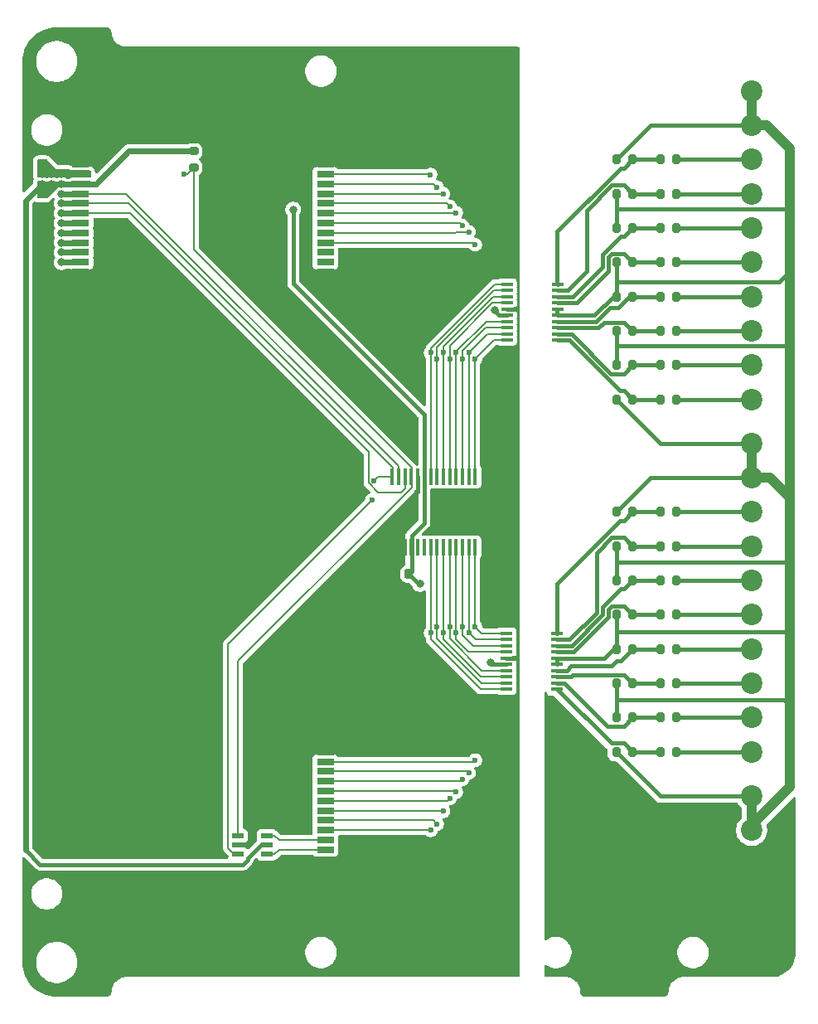
<source format=gbr>
%TF.GenerationSoftware,KiCad,Pcbnew,9.0.0*%
%TF.CreationDate,2025-03-09T11:05:24+03:00*%
%TF.ProjectId,PM_CNV-DI16_sink,504d5f43-4e56-42d4-9449-31365f73696e,rev?*%
%TF.SameCoordinates,Original*%
%TF.FileFunction,Copper,L1,Top*%
%TF.FilePolarity,Positive*%
%FSLAX46Y46*%
G04 Gerber Fmt 4.6, Leading zero omitted, Abs format (unit mm)*
G04 Created by KiCad (PCBNEW 9.0.0) date 2025-03-09 11:05:24*
%MOMM*%
%LPD*%
G01*
G04 APERTURE LIST*
G04 Aperture macros list*
%AMRoundRect*
0 Rectangle with rounded corners*
0 $1 Rounding radius*
0 $2 $3 $4 $5 $6 $7 $8 $9 X,Y pos of 4 corners*
0 Add a 4 corners polygon primitive as box body*
4,1,4,$2,$3,$4,$5,$6,$7,$8,$9,$2,$3,0*
0 Add four circle primitives for the rounded corners*
1,1,$1+$1,$2,$3*
1,1,$1+$1,$4,$5*
1,1,$1+$1,$6,$7*
1,1,$1+$1,$8,$9*
0 Add four rect primitives between the rounded corners*
20,1,$1+$1,$2,$3,$4,$5,0*
20,1,$1+$1,$4,$5,$6,$7,0*
20,1,$1+$1,$6,$7,$8,$9,0*
20,1,$1+$1,$8,$9,$2,$3,0*%
G04 Aperture macros list end*
%TA.AperFunction,SMDPad,CuDef*%
%ADD10RoundRect,0.200000X-0.200000X-0.275000X0.200000X-0.275000X0.200000X0.275000X-0.200000X0.275000X0*%
%TD*%
%TA.AperFunction,SMDPad,CuDef*%
%ADD11R,1.181100X0.558800*%
%TD*%
%TA.AperFunction,SMDPad,CuDef*%
%ADD12R,1.200000X0.400000*%
%TD*%
%TA.AperFunction,SMDPad,CuDef*%
%ADD13RoundRect,0.225000X0.225000X0.250000X-0.225000X0.250000X-0.225000X-0.250000X0.225000X-0.250000X0*%
%TD*%
%TA.AperFunction,SMDPad,CuDef*%
%ADD14R,0.431800X1.655601*%
%TD*%
%TA.AperFunction,SMDPad,CuDef*%
%ADD15R,1.803400X0.635000*%
%TD*%
%TA.AperFunction,SMDPad,CuDef*%
%ADD16R,2.997200X2.590800*%
%TD*%
%TA.AperFunction,ComponentPad*%
%ADD17C,2.200000*%
%TD*%
%TA.AperFunction,ComponentPad*%
%ADD18C,1.725000*%
%TD*%
%TA.AperFunction,SMDPad,CuDef*%
%ADD19RoundRect,0.200000X-0.275000X0.200000X-0.275000X-0.200000X0.275000X-0.200000X0.275000X0.200000X0*%
%TD*%
%TA.AperFunction,ComponentPad*%
%ADD20O,6.350000X6.350000*%
%TD*%
%TA.AperFunction,ViaPad*%
%ADD21C,0.800000*%
%TD*%
%TA.AperFunction,ViaPad*%
%ADD22C,0.600000*%
%TD*%
%TA.AperFunction,Conductor*%
%ADD23C,0.200000*%
%TD*%
%TA.AperFunction,Conductor*%
%ADD24C,0.600000*%
%TD*%
%TA.AperFunction,Conductor*%
%ADD25C,0.400000*%
%TD*%
%TA.AperFunction,Conductor*%
%ADD26C,1.000000*%
%TD*%
G04 APERTURE END LIST*
D10*
%TO.P,R31,1*%
%TO.N,/b.6_div*%
X25675000Y-21000000D03*
%TO.P,R31,2*%
%TO.N,/b.6_in*%
X27325000Y-21000000D03*
%TD*%
D11*
%TO.P,U4,1,1A*%
%TO.N,/CS*%
X-17466850Y-33049999D03*
%TO.P,U4,2,GND*%
%TO.N,GND_MCU*%
X-17466850Y-34000000D03*
%TO.P,U4,3,2A*%
%TO.N,/MISO*%
X-17466850Y-34950001D03*
%TO.P,U4,4,2Y*%
%TO.N,/MISO_LED*%
X-14533150Y-34950001D03*
%TO.P,U4,5,VCC*%
%TO.N,+3.3V_MCU*%
X-14533150Y-34000000D03*
%TO.P,U4,6,1Y*%
%TO.N,/CS_LED*%
X-14533150Y-33049999D03*
%TD*%
D10*
%TO.P,R16,1*%
%TO.N,/a.7_div*%
X25675000Y11500000D03*
%TO.P,R16,2*%
%TO.N,/a.7_in*%
X27325000Y11500000D03*
%TD*%
%TO.P,R13,1*%
%TO.N,/GND_CNV*%
X21175000Y15000000D03*
%TO.P,R13,2*%
%TO.N,/a.6_div*%
X22825000Y15000000D03*
%TD*%
%TO.P,R18,1*%
%TO.N,/GND_CNV*%
X21175000Y-3500000D03*
%TO.P,R18,2*%
%TO.N,/b.1_div*%
X22825000Y-3500000D03*
%TD*%
%TO.P,R28,1*%
%TO.N,/b.3_div*%
X25675000Y-10500000D03*
%TO.P,R28,2*%
%TO.N,/b.3_in*%
X27325000Y-10500000D03*
%TD*%
D12*
%TO.P,U5,1,A1*%
%TO.N,/a.7_div*%
X15200000Y17550000D03*
%TO.P,U5,2,A2*%
%TO.N,/a.6_div*%
X15200000Y18185000D03*
%TO.P,U5,3,A3*%
%TO.N,/a.5_div*%
X15200000Y18820000D03*
%TO.P,U5,4,A4*%
%TO.N,/a.4_div*%
X15200000Y19455000D03*
%TO.P,U5,5,COM*%
%TO.N,/GND_CNV*%
X15200000Y20090000D03*
%TO.P,U5,6,COM*%
X15200000Y20725000D03*
%TO.P,U5,7,A5*%
%TO.N,/a.3_div*%
X15200000Y21360000D03*
%TO.P,U5,8,A6*%
%TO.N,/a.2_div*%
X15200000Y21995000D03*
%TO.P,U5,9,A7*%
%TO.N,/a.1_div*%
X15200000Y22630000D03*
%TO.P,U5,10,A8*%
%TO.N,/a.0_div*%
X15200000Y23265000D03*
%TO.P,U5,11,B8*%
%TO.N,/a.0*%
X10000000Y23265000D03*
%TO.P,U5,12,B7*%
%TO.N,/a.1*%
X10000000Y22630000D03*
%TO.P,U5,13,B6*%
%TO.N,/a.2*%
X10000000Y21995000D03*
%TO.P,U5,14,B5*%
%TO.N,/a.3*%
X10000000Y21360000D03*
%TO.P,U5,15,GND*%
%TO.N,GND_MCU*%
X10000000Y20725000D03*
%TO.P,U5,16,VDD*%
%TO.N,+3.3V_MCU*%
X10000000Y20090000D03*
%TO.P,U5,17,B4*%
%TO.N,/a.4*%
X10000000Y19455000D03*
%TO.P,U5,18,B3*%
%TO.N,/a.5*%
X10000000Y18820000D03*
%TO.P,U5,19,B2*%
%TO.N,/a.6*%
X10000000Y18185000D03*
%TO.P,U5,20,B1*%
%TO.N,/a.7*%
X10000000Y17550000D03*
%TD*%
D10*
%TO.P,R4,1*%
%TO.N,/a.1_div*%
X25675000Y32500000D03*
%TO.P,R4,2*%
%TO.N,/a.1_in*%
X27325000Y32500000D03*
%TD*%
%TO.P,R24,1*%
%TO.N,/GND_CNV*%
X21175000Y-24500000D03*
%TO.P,R24,2*%
%TO.N,/b.7_div*%
X22825000Y-24500000D03*
%TD*%
%TO.P,R23,1*%
%TO.N,/GND_CNV*%
X21175000Y-21000000D03*
%TO.P,R23,2*%
%TO.N,/b.6_div*%
X22825000Y-21000000D03*
%TD*%
%TO.P,R11,1*%
%TO.N,/GND_CNV*%
X21175000Y18500000D03*
%TO.P,R11,2*%
%TO.N,/a.5_div*%
X22825000Y18500000D03*
%TD*%
%TO.P,R2,1*%
%TO.N,/a.0_div*%
X25675000Y36000000D03*
%TO.P,R2,2*%
%TO.N,/a.0_in*%
X27325000Y36000000D03*
%TD*%
D13*
%TO.P,C1,1*%
%TO.N,+3.3V_MCU*%
X-20000Y-6350000D03*
%TO.P,C1,2*%
%TO.N,GND_MCU*%
X-1570000Y-6350000D03*
%TD*%
D10*
%TO.P,R20,1*%
%TO.N,/GND_CNV*%
X21175000Y-10500000D03*
%TO.P,R20,2*%
%TO.N,/b.3_div*%
X22825000Y-10500000D03*
%TD*%
D14*
%TO.P,U1,1,GPB0*%
%TO.N,/a.7*%
X6745000Y3627801D03*
%TO.P,U1,2,GPB1*%
%TO.N,/a.6*%
X6094999Y3627801D03*
%TO.P,U1,3,GPB2*%
%TO.N,/a.5*%
X5445000Y3627801D03*
%TO.P,U1,4,GPB3*%
%TO.N,/a.4*%
X4794999Y3627801D03*
%TO.P,U1,5,GPB4*%
%TO.N,/a.3*%
X4145001Y3627801D03*
%TO.P,U1,6,GPB5*%
%TO.N,/a.2*%
X3494999Y3627801D03*
%TO.P,U1,7,GPB6*%
%TO.N,/a.1*%
X2845001Y3627801D03*
%TO.P,U1,8,GPB7*%
%TO.N,/a.0*%
X2195002Y3627801D03*
%TO.P,U1,9,VDD*%
%TO.N,+3.3V_MCU*%
X1545001Y3627801D03*
%TO.P,U1,10,VSS*%
%TO.N,GND_MCU*%
X895002Y3627801D03*
%TO.P,U1,11,~{CS}*%
%TO.N,/CS*%
X245001Y3627801D03*
%TO.P,U1,12,SCK*%
%TO.N,/SCK*%
X-404998Y3627801D03*
%TO.P,U1,13,SI*%
%TO.N,/MOSI*%
X-1054999Y3627801D03*
%TO.P,U1,14,SO*%
%TO.N,/MISO*%
X-1704998Y3627801D03*
%TO.P,U1,15,A0*%
%TO.N,GND_MCU*%
X-1705000Y-3627801D03*
%TO.P,U1,16,A1*%
X-1054999Y-3627801D03*
%TO.P,U1,17,A2*%
X-405000Y-3627801D03*
%TO.P,U1,18,~{RESET}*%
%TO.N,+3.3V_MCU*%
X245001Y-3627801D03*
%TO.P,U1,19,INTB*%
%TO.N,unconnected-(U1-INTB-Pad19)*%
X894999Y-3627801D03*
%TO.P,U1,20,INTA*%
%TO.N,unconnected-(U1-INTA-Pad20)*%
X1545001Y-3627801D03*
%TO.P,U1,21,GPA0*%
%TO.N,/b.7*%
X2194999Y-3627801D03*
%TO.P,U1,22,GPA1*%
%TO.N,/b.6*%
X2845001Y-3627801D03*
%TO.P,U1,23,GPA2*%
%TO.N,/b.5*%
X3494999Y-3627801D03*
%TO.P,U1,24,GPA3*%
%TO.N,/b.4*%
X4145001Y-3627801D03*
%TO.P,U1,25,GPA4*%
%TO.N,/b.3*%
X4794999Y-3627801D03*
%TO.P,U1,26,GPA5*%
%TO.N,/b.2*%
X5445000Y-3627801D03*
%TO.P,U1,27,GPA6*%
%TO.N,/b.1*%
X6094999Y-3627801D03*
%TO.P,U1,28,GPA7*%
%TO.N,/b.0*%
X6745000Y-3627801D03*
%TD*%
D10*
%TO.P,R5,1*%
%TO.N,/GND_CNV*%
X21175000Y29000000D03*
%TO.P,R5,2*%
%TO.N,/a.2_div*%
X22825000Y29000000D03*
%TD*%
D15*
%TO.P,J12,1,Pin_1*%
%TO.N,GND_MCU*%
X-8556000Y24500008D03*
%TO.P,J12,2,Pin_2*%
%TO.N,unconnected-(J12-Pin_2-Pad2)*%
X-8556000Y25500006D03*
%TO.P,J12,3,Pin_3*%
%TO.N,unconnected-(J12-Pin_3-Pad3)*%
X-8556000Y26500004D03*
%TO.P,J12,4,Pin_4*%
%TO.N,/a.7*%
X-8556000Y27500002D03*
%TO.P,J12,5,Pin_5*%
%TO.N,/a.6*%
X-8556000Y28500000D03*
%TO.P,J12,6,Pin_6*%
%TO.N,/a.5*%
X-8556000Y29500000D03*
%TO.P,J12,7,Pin_7*%
%TO.N,/a.4*%
X-8556000Y30500000D03*
%TO.P,J12,8,Pin_8*%
%TO.N,/a.3*%
X-8556000Y31500000D03*
%TO.P,J12,9,Pin_9*%
%TO.N,/a.2*%
X-8556000Y32499998D03*
%TO.P,J12,10,Pin_10*%
%TO.N,/a.1*%
X-8556000Y33499996D03*
%TO.P,J12,11,Pin_11*%
%TO.N,/a.0*%
X-8556000Y34499994D03*
%TO.P,J12,12,Pin_11*%
%TO.N,GND_MCU*%
X-8556000Y35499992D03*
D16*
%TO.P,J12,13,Pin_11*%
X-6385999Y22149997D03*
X-6385999Y37850003D03*
%TD*%
D10*
%TO.P,R3,1*%
%TO.N,/GND_CNV*%
X21175000Y32500000D03*
%TO.P,R3,2*%
%TO.N,/a.1_div*%
X22825000Y32500000D03*
%TD*%
D17*
%TO.P,J6,1,Pin_1*%
%TO.N,/PE*%
X35000000Y-43000000D03*
%TO.P,J6,2,Pin_2*%
X35000000Y-39500000D03*
%TO.P,J6,3,Pin_3*%
X35000000Y-36000000D03*
%TO.P,J6,4,Pin_4*%
%TO.N,/GND_CNV*%
X35000000Y-32500000D03*
%TO.P,J6,5,Pin_5*%
X35000000Y-29000000D03*
%TD*%
D10*
%TO.P,R26,1*%
%TO.N,/b.1_div*%
X25675000Y-3500000D03*
%TO.P,R26,2*%
%TO.N,/b.1_in*%
X27325000Y-3500000D03*
%TD*%
%TO.P,R7,1*%
%TO.N,/GND_CNV*%
X21175000Y25500000D03*
%TO.P,R7,2*%
%TO.N,/a.3_div*%
X22825000Y25500000D03*
%TD*%
%TO.P,R17,1*%
%TO.N,/GND_CNV*%
X21175000Y0D03*
%TO.P,R17,2*%
%TO.N,/b.0_div*%
X22825000Y0D03*
%TD*%
%TO.P,R32,1*%
%TO.N,/b.7_div*%
X25675000Y-24500000D03*
%TO.P,R32,2*%
%TO.N,/b.7_in*%
X27325000Y-24500000D03*
%TD*%
%TO.P,R8,1*%
%TO.N,/a.3_div*%
X25675000Y25500000D03*
%TO.P,R8,2*%
%TO.N,/a.3_in*%
X27325000Y25500000D03*
%TD*%
%TO.P,R30,1*%
%TO.N,/b.5_div*%
X25675000Y-17500000D03*
%TO.P,R30,2*%
%TO.N,/b.5_in*%
X27325000Y-17500000D03*
%TD*%
%TO.P,R6,1*%
%TO.N,/a.2_div*%
X25675000Y29000000D03*
%TO.P,R6,2*%
%TO.N,/a.2_in*%
X27325000Y29000000D03*
%TD*%
%TO.P,R1,1*%
%TO.N,/GND_CNV*%
X21175000Y36000000D03*
%TO.P,R1,2*%
%TO.N,/a.0_div*%
X22825000Y36000000D03*
%TD*%
%TO.P,R22,1*%
%TO.N,/GND_CNV*%
X21175000Y-17500000D03*
%TO.P,R22,2*%
%TO.N,/b.5_div*%
X22825000Y-17500000D03*
%TD*%
D18*
%TO.P,U6,1*%
%TO.N,GND_MCU*%
X-35000000Y0D03*
%TD*%
D15*
%TO.P,J2,1,Pin_1*%
%TO.N,GND_MCU*%
X-8556000Y-35499992D03*
%TO.P,J2,2,Pin_2*%
%TO.N,/MISO_LED*%
X-8556000Y-34499994D03*
%TO.P,J2,3,Pin_3*%
%TO.N,/CS_LED*%
X-8556000Y-33499996D03*
%TO.P,J2,4,Pin_4*%
%TO.N,/b.7*%
X-8556000Y-32499998D03*
%TO.P,J2,5,Pin_5*%
%TO.N,/b.6*%
X-8556000Y-31500000D03*
%TO.P,J2,6,Pin_6*%
%TO.N,/b.5*%
X-8556000Y-30500000D03*
%TO.P,J2,7,Pin_7*%
%TO.N,/b.4*%
X-8556000Y-29500000D03*
%TO.P,J2,8,Pin_8*%
%TO.N,/b.3*%
X-8556000Y-28500000D03*
%TO.P,J2,9,Pin_9*%
%TO.N,/b.2*%
X-8556000Y-27500002D03*
%TO.P,J2,10,Pin_10*%
%TO.N,/b.1*%
X-8556000Y-26500004D03*
%TO.P,J2,11,Pin_11*%
%TO.N,/b.0*%
X-8556000Y-25500006D03*
%TO.P,J2,12,Pin_11*%
%TO.N,GND_MCU*%
X-8556000Y-24500008D03*
D16*
%TO.P,J2,13,Pin_11*%
X-6385999Y-37850003D03*
X-6385999Y-22149997D03*
%TD*%
D19*
%TO.P,R33,1*%
%TO.N,+3.3V_MCU*%
X-22000000Y36825000D03*
%TO.P,R33,2*%
%TO.N,/CS*%
X-22000000Y35175000D03*
%TD*%
D10*
%TO.P,R10,1*%
%TO.N,/a.4_div*%
X25675000Y22000000D03*
%TO.P,R10,2*%
%TO.N,/a.4_in*%
X27325000Y22000000D03*
%TD*%
%TO.P,R14,1*%
%TO.N,/a.6_div*%
X25675000Y15000000D03*
%TO.P,R14,2*%
%TO.N,/a.6_in*%
X27325000Y15000000D03*
%TD*%
D15*
%TO.P,J1,1,Pin_1*%
%TO.N,GND_MCU*%
X-33556000Y24500008D03*
%TO.P,J1,2,Pin_2*%
%TO.N,/INT*%
X-33556000Y25500006D03*
%TO.P,J1,3,Pin_3*%
%TO.N,/CS3*%
X-33556000Y26500004D03*
%TO.P,J1,4,Pin_4*%
%TO.N,/CS2*%
X-33556000Y27500002D03*
%TO.P,J1,5,Pin_5*%
%TO.N,/CS1*%
X-33556000Y28500000D03*
%TO.P,J1,6,Pin_6*%
%TO.N,/CS0*%
X-33556000Y29500000D03*
%TO.P,J1,7,Pin_7*%
%TO.N,/SCK*%
X-33556000Y30500000D03*
%TO.P,J1,8,Pin_8*%
%TO.N,/MISO*%
X-33556000Y31500000D03*
%TO.P,J1,9,Pin_9*%
%TO.N,/MOSI*%
X-33556000Y32499998D03*
%TO.P,J1,10,Pin_10*%
%TO.N,+3.3V_MCU*%
X-33556000Y33499996D03*
%TO.P,J1,11,Pin_11*%
%TO.N,+5V_MCU*%
X-33556000Y34499994D03*
%TO.P,J1,12,Pin_11*%
%TO.N,GND_MCU*%
X-33556000Y35499992D03*
D16*
%TO.P,J1,13,Pin_11*%
X-31385999Y22149997D03*
X-31385999Y37850003D03*
%TD*%
D12*
%TO.P,U3,1,A1*%
%TO.N,/b.7_div*%
X15140000Y-18097500D03*
%TO.P,U3,2,A2*%
%TO.N,/b.6_div*%
X15140000Y-17462500D03*
%TO.P,U3,3,A3*%
%TO.N,/b.5_div*%
X15140000Y-16827500D03*
%TO.P,U3,4,A4*%
%TO.N,/b.4_div*%
X15140000Y-16192500D03*
%TO.P,U3,5,COM*%
%TO.N,/GND_CNV*%
X15140000Y-15557500D03*
%TO.P,U3,6,COM*%
X15140000Y-14922500D03*
%TO.P,U3,7,A5*%
%TO.N,/b.3_div*%
X15140000Y-14287500D03*
%TO.P,U3,8,A6*%
%TO.N,/b.2_div*%
X15140000Y-13652500D03*
%TO.P,U3,9,A7*%
%TO.N,/b.1_div*%
X15140000Y-13017500D03*
%TO.P,U3,10,A8*%
%TO.N,/b.0_div*%
X15140000Y-12382500D03*
%TO.P,U3,11,B8*%
%TO.N,/b.0*%
X9940000Y-12382500D03*
%TO.P,U3,12,B7*%
%TO.N,/b.1*%
X9940000Y-13017500D03*
%TO.P,U3,13,B6*%
%TO.N,/b.2*%
X9940000Y-13652500D03*
%TO.P,U3,14,B5*%
%TO.N,/b.3*%
X9940000Y-14287500D03*
%TO.P,U3,15,GND*%
%TO.N,GND_MCU*%
X9940000Y-14922500D03*
%TO.P,U3,16,VDD*%
%TO.N,+3.3V_MCU*%
X9940000Y-15557500D03*
%TO.P,U3,17,B4*%
%TO.N,/b.4*%
X9940000Y-16192500D03*
%TO.P,U3,18,B3*%
%TO.N,/b.5*%
X9940000Y-16827500D03*
%TO.P,U3,19,B2*%
%TO.N,/b.6*%
X9940000Y-17462500D03*
%TO.P,U3,20,B1*%
%TO.N,/b.7*%
X9940000Y-18097500D03*
%TD*%
D10*
%TO.P,R12,1*%
%TO.N,/a.5_div*%
X25675000Y18500000D03*
%TO.P,R12,2*%
%TO.N,/a.5_in*%
X27325000Y18500000D03*
%TD*%
%TO.P,R9,1*%
%TO.N,/GND_CNV*%
X21175000Y22000000D03*
%TO.P,R9,2*%
%TO.N,/a.4_div*%
X22825000Y22000000D03*
%TD*%
%TO.P,R19,1*%
%TO.N,/GND_CNV*%
X21175000Y-7000000D03*
%TO.P,R19,2*%
%TO.N,/b.2_div*%
X22825000Y-7000000D03*
%TD*%
D17*
%TO.P,J4,1,Pin_1*%
%TO.N,/b.7_in*%
X35000000Y-24500000D03*
%TO.P,J4,2,Pin_2*%
%TO.N,/b.6_in*%
X35000000Y-21000000D03*
%TO.P,J4,3,Pin_3*%
%TO.N,/b.5_in*%
X35000000Y-17500000D03*
%TO.P,J4,4,Pin_4*%
%TO.N,/b.4_in*%
X35000000Y-14000000D03*
%TO.P,J4,5,Pin_5*%
%TO.N,/b.3_in*%
X35000000Y-10500000D03*
%TO.P,J4,6,Pin_6*%
%TO.N,/b.2_in*%
X35000000Y-7000000D03*
%TO.P,J4,7,Pin_7*%
%TO.N,/b.1_in*%
X35000000Y-3500000D03*
%TO.P,J4,8,Pin_8*%
%TO.N,/b.0_in*%
X35000000Y0D03*
%TO.P,J4,9,Pin_9*%
%TO.N,/GND_CNV*%
X35000000Y3500000D03*
%TO.P,J4,10,Pin_10*%
X35000000Y7000000D03*
%TD*%
D10*
%TO.P,R27,1*%
%TO.N,/b.2_div*%
X25675000Y-7000000D03*
%TO.P,R27,2*%
%TO.N,/b.2_in*%
X27325000Y-7000000D03*
%TD*%
%TO.P,R25,1*%
%TO.N,/b.0_div*%
X25675000Y0D03*
%TO.P,R25,2*%
%TO.N,/b.0_in*%
X27325000Y0D03*
%TD*%
%TO.P,R21,1*%
%TO.N,/GND_CNV*%
X21175000Y-14000000D03*
%TO.P,R21,2*%
%TO.N,/b.4_div*%
X22825000Y-14000000D03*
%TD*%
D20*
%TO.P,PE1,1*%
%TO.N,/PE*%
X22000000Y-46000000D03*
%TD*%
D17*
%TO.P,J3,1,Pin_1*%
%TO.N,/a.7_in*%
X35000000Y11500000D03*
%TO.P,J3,2,Pin_2*%
%TO.N,/a.6_in*%
X35000000Y15000000D03*
%TO.P,J3,3,Pin_3*%
%TO.N,/a.5_in*%
X35000000Y18500000D03*
%TO.P,J3,4,Pin_4*%
%TO.N,/a.4_in*%
X35000000Y22000000D03*
%TO.P,J3,5,Pin_5*%
%TO.N,/a.3_in*%
X35000000Y25500000D03*
%TO.P,J3,6,Pin_6*%
%TO.N,/a.2_in*%
X35000000Y29000000D03*
%TO.P,J3,7,Pin_7*%
%TO.N,/a.1_in*%
X35000000Y32500000D03*
%TO.P,J3,8,Pin_8*%
%TO.N,/a.0_in*%
X35000000Y36000000D03*
%TO.P,J3,9,Pin_9*%
%TO.N,/GND_CNV*%
X35000000Y39500000D03*
%TO.P,J3,10,Pin_10*%
X35000000Y43000000D03*
%TD*%
D10*
%TO.P,R29,1*%
%TO.N,/b.4_div*%
X25675000Y-14000000D03*
%TO.P,R29,2*%
%TO.N,/b.4_in*%
X27325000Y-14000000D03*
%TD*%
%TO.P,R15,1*%
%TO.N,/GND_CNV*%
X21175000Y11500000D03*
%TO.P,R15,2*%
%TO.N,/a.7_div*%
X22825000Y11500000D03*
%TD*%
D21*
%TO.N,/MOSI*%
X-35500000Y32500000D03*
D22*
%TO.N,/CS*%
X-23000000Y34500000D03*
D21*
%TO.N,/MISO*%
X-35500000Y31500000D03*
D22*
X-3800000Y1200000D03*
X-3600000Y3200000D03*
%TO.N,GND_MCU*%
X-34000000Y38500000D03*
X-31500000Y20000000D03*
X-31500000Y40000000D03*
X-30000000Y40000000D03*
X10950000Y20700000D03*
X-33000000Y20000000D03*
X-34000000Y37000000D03*
X800000Y2000000D03*
X-30000000Y20000000D03*
X10786526Y-14922499D03*
X-34000000Y21500000D03*
X-34000000Y23000000D03*
X-33000000Y40000000D03*
D21*
%TO.N,/SCK*%
X-35500000Y30500000D03*
D22*
%TO.N,/a.1*%
X2850000Y33150000D03*
X2850000Y15600000D03*
%TO.N,/a.3*%
X4150000Y31200000D03*
X4150000Y15600000D03*
%TO.N,/a.6*%
X6100000Y28600000D03*
X6100000Y16250000D03*
%TO.N,/a.5*%
X5450000Y15600000D03*
X5450000Y29250000D03*
%TO.N,/a.2*%
X3500000Y16250000D03*
X3500000Y32500000D03*
%TO.N,/a.4*%
X4800000Y30550000D03*
X4800000Y16250000D03*
%TO.N,/a.7*%
X6750000Y15600000D03*
X6750000Y27300000D03*
%TO.N,/b.3*%
X4800000Y-28600000D03*
X4800000Y-12350000D03*
%TO.N,/b.6*%
X2850000Y-11700000D03*
X2850000Y-31850000D03*
%TO.N,/b.4*%
X4150000Y-11700000D03*
X4150000Y-29250000D03*
%TO.N,/b.2*%
X5450000Y-27300000D03*
X5450000Y-11700000D03*
%TO.N,/b.5*%
X3500000Y-12350000D03*
X3500000Y-30550000D03*
%TO.N,/b.7*%
X2200000Y-32500000D03*
X2200000Y-12350000D03*
%TO.N,/a.0*%
X2192525Y34442525D03*
X2200000Y16250000D03*
%TO.N,/b.1*%
X6100000Y-12350000D03*
X6100000Y-26650000D03*
%TO.N,/b.0*%
X6750000Y-25350000D03*
X6750000Y-11700000D03*
D21*
%TO.N,/CS0*%
X-35500000Y29500000D03*
%TO.N,/CS1*%
X-35500000Y28500000D03*
%TO.N,/CS3*%
X-35500000Y26500000D03*
%TO.N,/CS2*%
X-35500000Y27500000D03*
%TO.N,+3.3V_MCU*%
X-35500000Y33500000D03*
X1110000Y-7352600D03*
X-37500000Y33500000D03*
X8374000Y-15398800D03*
X8714355Y20572500D03*
X-36500000Y33500000D03*
X-37500000Y32500000D03*
X-11851500Y30883000D03*
%TO.N,/INT*%
X-35500000Y25500000D03*
%TO.N,+5V_MCU*%
X-36500000Y34500000D03*
X-35500000Y34500000D03*
X-37500000Y35500000D03*
X-37500000Y34500000D03*
%TD*%
D23*
%TO.N,/MOSI*%
X-1049999Y3627801D02*
X-1049999Y4649999D01*
X-1049999Y4649999D02*
X-28899998Y32499998D01*
D24*
X-35499998Y32499998D02*
X-35500000Y32500000D01*
X-33556000Y32499998D02*
X-35499998Y32499998D01*
D23*
X-28899998Y32499998D02*
X-33556000Y32499998D01*
%TO.N,/CS*%
X250001Y3627801D02*
X250001Y4521502D01*
X250001Y2484315D02*
X-17466850Y-15232536D01*
X250001Y3627801D02*
X250001Y2484315D01*
X250001Y4521502D02*
X-22000000Y26771503D01*
X-22000000Y26771503D02*
X-22000000Y35175000D01*
X-23000000Y34500000D02*
X-22675000Y34500000D01*
X-22675000Y34500000D02*
X-22000000Y35175000D01*
X-17466850Y-15232536D02*
X-17466850Y-33049999D01*
%TO.N,/MISO*%
X-18500000Y-34336800D02*
X-17886799Y-34950001D01*
X-28700000Y31500000D02*
X-33556000Y31500000D01*
X-1699998Y3627801D02*
X-1699998Y4499998D01*
X-18500000Y-13500000D02*
X-18500000Y-34336800D01*
D24*
X-33556000Y31500000D02*
X-35500000Y31500000D01*
D23*
X-17886799Y-34950001D02*
X-17466850Y-34950001D01*
X-1699998Y3627801D02*
X-3172199Y3627801D01*
X-3172199Y3627801D02*
X-3600000Y3200000D01*
X-1699998Y4499998D02*
X-28700000Y31500000D01*
X-3800000Y1200000D02*
X-18500000Y-13500000D01*
D25*
%TO.N,GND_MCU*%
X900002Y2100002D02*
X800000Y2000000D01*
X900002Y3627801D02*
X900002Y2100002D01*
X10786525Y-14922500D02*
X10786526Y-14922499D01*
X11000000Y20637501D02*
X10912501Y20725000D01*
X10925000Y20725000D02*
X10950000Y20700000D01*
X10000000Y20725000D02*
X10925000Y20725000D01*
X9940000Y-14922500D02*
X10786525Y-14922500D01*
D23*
%TO.N,/SCK*%
X-3177818Y2000000D02*
X-4150000Y2972182D01*
X-4150000Y6150000D02*
X-28500000Y30500000D01*
X-28500000Y30500000D02*
X-33556000Y30500000D01*
X-399998Y3627801D02*
X-399998Y2400002D01*
X-800000Y2000000D02*
X-3177818Y2000000D01*
X-4150000Y2972182D02*
X-4150000Y6150000D01*
D24*
X-33556000Y30500000D02*
X-35500000Y30500000D01*
D23*
X-399998Y2400002D02*
X-800000Y2000000D01*
%TO.N,/CS_LED*%
X-14533150Y-33049999D02*
X-13742600Y-33049999D01*
X-13292603Y-33499996D02*
X-8556000Y-33499996D01*
X-13742600Y-33049999D02*
X-13292603Y-33499996D01*
%TO.N,/a.1*%
X2850001Y3627801D02*
X2850001Y15599999D01*
X2850001Y15599999D02*
X2850000Y15600000D01*
X2500004Y33499996D02*
X-8556000Y33499996D01*
X2850000Y16829466D02*
X8650534Y22630000D01*
X8650534Y22630000D02*
X10000000Y22630000D01*
X2850000Y33150000D02*
X2500004Y33499996D01*
X2850000Y15600000D02*
X2850000Y16829466D01*
%TO.N,/a.3*%
X4150000Y31200000D02*
X3850000Y31500000D01*
X3850000Y31500000D02*
X-8556000Y31500000D01*
X4150000Y15600000D02*
X4150000Y16998095D01*
X4150000Y15600000D02*
X4150001Y15599999D01*
X4150001Y15599999D02*
X4150001Y3627801D01*
X4150000Y16998095D02*
X8511905Y21360000D01*
X8511905Y21360000D02*
X10000000Y21360000D01*
%TO.N,/a.6*%
X6099999Y16249999D02*
X6099999Y3627801D01*
X4800000Y28600000D02*
X4700000Y28500000D01*
X10000000Y18185000D02*
X8035000Y18185000D01*
X8035000Y18185000D02*
X6100000Y16250000D01*
X6100000Y16250000D02*
X6099999Y16249999D01*
X4700000Y28500000D02*
X-8556000Y28500000D01*
X6100000Y28600000D02*
X4800000Y28600000D01*
%TO.N,/a.5*%
X5450000Y15600000D02*
X5450000Y16448529D01*
X7821471Y18820000D02*
X10000000Y18820000D01*
X5450000Y16448529D02*
X7821471Y18820000D01*
X5450000Y15600000D02*
X5450000Y3627801D01*
X5200000Y29500000D02*
X-8556000Y29500000D01*
X5450000Y29250000D02*
X5200000Y29500000D01*
%TO.N,/a.2*%
X3500000Y16250000D02*
X3500000Y15600000D01*
X3499999Y15599999D02*
X3499999Y3627801D01*
X3500000Y15600000D02*
X3499999Y15599999D01*
X3500000Y32500000D02*
X2200000Y32500000D01*
X2200000Y32500000D02*
X2199998Y32499998D01*
X3500000Y16250000D02*
X3500000Y16913780D01*
X2199998Y32499998D02*
X-8556000Y32499998D01*
X8581220Y21995000D02*
X10000000Y21995000D01*
X3500000Y16913780D02*
X8581220Y21995000D01*
%TO.N,/a.4*%
X4750000Y30500000D02*
X-8556000Y30500000D01*
X4800000Y30550000D02*
X4750000Y30500000D01*
X4800000Y15600000D02*
X4799999Y15599999D01*
X4800000Y16250000D02*
X4800000Y16364214D01*
X4800000Y16250000D02*
X4800000Y15600000D01*
X7890786Y19455000D02*
X10000000Y19455000D01*
X4799999Y15599999D02*
X4799999Y3627801D01*
X4800000Y16364214D02*
X7890786Y19455000D01*
X9912500Y19367500D02*
X10000000Y19455000D01*
%TO.N,/a.7*%
X6750000Y27300000D02*
X6549998Y27500002D01*
X6750000Y15600000D02*
X6750000Y3627801D01*
X6549998Y27500002D02*
X-8556000Y27500002D01*
X6750000Y15600000D02*
X8700000Y17550000D01*
X8700000Y17550000D02*
X10000000Y17550000D01*
D25*
%TO.N,/a.0_div*%
X22825000Y36000000D02*
X25675000Y36000000D01*
X21950000Y35125000D02*
X21622402Y35125000D01*
X15140000Y28642598D02*
X15140000Y23325000D01*
X15140000Y23325000D02*
X15200000Y23265000D01*
X22825000Y36000000D02*
X21950000Y35125000D01*
X21622402Y35125000D02*
X15140000Y28642598D01*
%TO.N,/a.1_div*%
X18128000Y30782070D02*
X18128000Y24565500D01*
X22825000Y32500000D02*
X25675000Y32500000D01*
X22825000Y32500000D02*
X21950000Y33375000D01*
X20720930Y33375000D02*
X18128000Y30782070D01*
X21950000Y33375000D02*
X20720930Y33375000D01*
X16192500Y22630000D02*
X15200000Y22630000D01*
X18128000Y24565500D02*
X16192500Y22630000D01*
%TO.N,/a.3_div*%
X22825000Y25500000D02*
X25675000Y25500000D01*
X17136000Y21360000D02*
X15200000Y21360000D01*
X21950000Y26375000D02*
X20720930Y26375000D01*
X20720930Y26375000D02*
X20375000Y26029070D01*
X22825000Y25500000D02*
X21950000Y26375000D01*
X20375000Y26029070D02*
X20375000Y24599000D01*
X20375000Y24599000D02*
X17136000Y21360000D01*
%TO.N,/a.2_div*%
X19775000Y25015000D02*
X16755000Y21995000D01*
X22825000Y29000000D02*
X21950000Y28125000D01*
X16755000Y21995000D02*
X15200000Y21995000D01*
X21622402Y28125000D02*
X19775000Y26277598D01*
X19775000Y26277598D02*
X19775000Y25015000D01*
X21950000Y28125000D02*
X21622402Y28125000D01*
X22825000Y29000000D02*
X25675000Y29000000D01*
%TO.N,/a.7_div*%
X22825000Y11500000D02*
X21950000Y12375000D01*
X21950000Y12375000D02*
X21552722Y12375000D01*
X21552722Y12375000D02*
X16377722Y17550000D01*
X16377722Y17550000D02*
X15200000Y17550000D01*
X22825000Y11500000D02*
X25675000Y11500000D01*
%TO.N,/a.6_div*%
X22825000Y15000000D02*
X21950000Y14125000D01*
X20651250Y14125000D02*
X16591250Y18185000D01*
X22825000Y15000000D02*
X25675000Y15000000D01*
X21950000Y14125000D02*
X20651250Y14125000D01*
X16591250Y18185000D02*
X15200000Y18185000D01*
%TO.N,/a.4_div*%
X22825000Y22000000D02*
X25675000Y22000000D01*
X22825000Y22000000D02*
X22825000Y22320930D01*
X21332070Y20828000D02*
X20500528Y20828000D01*
X20500528Y20828000D02*
X19127528Y19455000D01*
X19127528Y19455000D02*
X15227500Y19455000D01*
X22825000Y22320930D02*
X21332070Y20828000D01*
%TO.N,/a.5_div*%
X19896056Y19375000D02*
X19341056Y18820000D01*
X22825000Y18500000D02*
X25675000Y18500000D01*
X19341056Y18820000D02*
X15227500Y18820000D01*
X21950000Y19375000D02*
X19896056Y19375000D01*
X22825000Y18500000D02*
X21950000Y19375000D01*
D23*
%TO.N,/b.3*%
X6087500Y-14287500D02*
X9940000Y-14287500D01*
X4800000Y-28600000D02*
X4700000Y-28500000D01*
X4799999Y-3627801D02*
X4799999Y-12349999D01*
X4700000Y-28500000D02*
X-8556000Y-28500000D01*
X9939500Y-14288000D02*
X9940000Y-14287500D01*
X4799999Y-12349999D02*
X4800000Y-12350000D01*
X4800000Y-12350000D02*
X4800000Y-13000000D01*
X4800000Y-13000000D02*
X6087500Y-14287500D01*
%TO.N,/b.6*%
X2850000Y-11700000D02*
X2850000Y-12915686D01*
X2850000Y-31850000D02*
X2500000Y-31500000D01*
X7396814Y-17462500D02*
X9940000Y-17462500D01*
X2850000Y-11050000D02*
X2850001Y-11049999D01*
X2850000Y-12915686D02*
X7396814Y-17462500D01*
X2500000Y-31500000D02*
X-8556000Y-31500000D01*
X9939500Y-17462000D02*
X9940000Y-17462500D01*
X2850001Y-11049999D02*
X2850001Y-3627801D01*
X2850000Y-11700000D02*
X2850000Y-11050000D01*
%TO.N,/b.4*%
X4150000Y-11700000D02*
X4150000Y-12915686D01*
X9939500Y-16192000D02*
X9940000Y-16192500D01*
X7426814Y-16192500D02*
X9940000Y-16192500D01*
X4150000Y-11700000D02*
X4150000Y-11050000D01*
X4150000Y-12915686D02*
X7426814Y-16192500D01*
X3900000Y-29500000D02*
X-8556000Y-29500000D01*
X4150000Y-29250000D02*
X3900000Y-29500000D01*
X4150000Y-11050000D02*
X4150001Y-11049999D01*
X4150001Y-11049999D02*
X4150001Y-3627801D01*
%TO.N,/b.2*%
X5450000Y-11700000D02*
X5450000Y-3627801D01*
X5450000Y-11700000D02*
X5450000Y-12548529D01*
X6553971Y-13652500D02*
X9940000Y-13652500D01*
X5249998Y-27500002D02*
X-8556000Y-27500002D01*
X9939500Y-13652000D02*
X9940000Y-13652500D01*
X5450000Y-12548529D02*
X6553971Y-13652500D01*
X5450000Y-27300000D02*
X5249998Y-27500002D01*
%TO.N,/b.5*%
X3500000Y-12350000D02*
X3500000Y-13000000D01*
X3500000Y-30550000D02*
X2200000Y-30550000D01*
X7327500Y-16827500D02*
X9940000Y-16827500D01*
X2150000Y-30500000D02*
X-8556000Y-30500000D01*
X3499999Y-12349999D02*
X3500000Y-12350000D01*
X9939500Y-16828000D02*
X9940000Y-16827500D01*
X2200000Y-30550000D02*
X2150000Y-30500000D01*
X3500000Y-13000000D02*
X7327500Y-16827500D01*
X3499999Y-3627801D02*
X3499999Y-12349999D01*
%TO.N,/b.7*%
X2199999Y-12349999D02*
X2200000Y-12350000D01*
X2199998Y-32499998D02*
X-8556000Y-32499998D01*
X2199999Y-3627801D02*
X2199999Y-12349999D01*
X2200000Y-12350000D02*
X2200000Y-13000000D01*
X2200000Y-13000000D02*
X7297500Y-18097500D01*
X7297500Y-18097500D02*
X9940000Y-18097500D01*
X9939500Y-18098000D02*
X9940000Y-18097500D01*
X2200000Y-32500000D02*
X2199998Y-32499998D01*
D25*
%TO.N,/b.2_div*%
X21950000Y-7875000D02*
X21622402Y-7875000D01*
X22825000Y-7000000D02*
X21950000Y-7875000D01*
X19775000Y-9722402D02*
X19775000Y-10504528D01*
X16627028Y-13652500D02*
X15140000Y-13652500D01*
X19775000Y-10504528D02*
X16627028Y-13652500D01*
X21622402Y-7875000D02*
X19775000Y-9722402D01*
X22825000Y-7000000D02*
X25675000Y-7000000D01*
%TO.N,/b.3_div*%
X20375000Y-10753056D02*
X16840556Y-14287500D01*
X20720930Y-9625000D02*
X20375000Y-9970930D01*
X20375000Y-9970930D02*
X20375000Y-10753056D01*
X22825000Y-10500000D02*
X21950000Y-9625000D01*
X22825000Y-10500000D02*
X25675000Y-10500000D01*
X16840556Y-14287500D02*
X15140000Y-14287500D01*
X21950000Y-9625000D02*
X20720930Y-9625000D01*
%TO.N,/b.0_div*%
X21950000Y-875000D02*
X21571000Y-875000D01*
X15140000Y-7306000D02*
X15140000Y-12382500D01*
X21571000Y-875000D02*
X15140000Y-7306000D01*
X22825000Y0D02*
X25675000Y0D01*
X22825000Y0D02*
X21950000Y-875000D01*
%TO.N,/b.1_div*%
X22825000Y-3500000D02*
X25675000Y-3500000D01*
X16413500Y-13017500D02*
X15140000Y-13017500D01*
X22825000Y-3500000D02*
X21950000Y-2625000D01*
X19144000Y-10287000D02*
X16413500Y-13017500D01*
X21950000Y-2625000D02*
X20720930Y-2625000D01*
X19144000Y-4201930D02*
X19144000Y-10287000D01*
X20720930Y-2625000D02*
X19144000Y-4201930D01*
%TO.N,/b.5_div*%
X22825000Y-17500000D02*
X25675000Y-17500000D01*
X16743000Y-16625000D02*
X16540500Y-16827500D01*
X22825000Y-17500000D02*
X21950000Y-16625000D01*
X21950000Y-16625000D02*
X16743000Y-16625000D01*
X16540500Y-16827500D02*
X15140000Y-16827500D01*
%TO.N,/b.6_div*%
X20289500Y-21875000D02*
X15877000Y-17462500D01*
X22825000Y-21000000D02*
X25675000Y-21000000D01*
X15877000Y-17462500D02*
X15140000Y-17462500D01*
X21950000Y-21875000D02*
X20289500Y-21875000D01*
X22825000Y-21000000D02*
X21950000Y-21875000D01*
%TO.N,/b.7_div*%
X22825000Y-24500000D02*
X21950000Y-23625000D01*
X22825000Y-24500000D02*
X25675000Y-24500000D01*
X20667500Y-23625000D02*
X15140000Y-18097500D01*
X21950000Y-23625000D02*
X20667500Y-23625000D01*
%TO.N,/b.4_div*%
X22825000Y-14000000D02*
X25675000Y-14000000D01*
X16105000Y-16192500D02*
X15140000Y-16192500D01*
X20668000Y-15748000D02*
X16549500Y-15748000D01*
X21176000Y-15240000D02*
X20668000Y-15748000D01*
X22825000Y-14000000D02*
X21585000Y-15240000D01*
X16549500Y-15748000D02*
X16105000Y-16192500D01*
X21585000Y-15240000D02*
X21176000Y-15240000D01*
%TO.N,/a.6_in*%
X27325000Y15000000D02*
X35000000Y15000000D01*
%TO.N,/a.7_in*%
X27325000Y11500000D02*
X35000000Y11500000D01*
%TO.N,/a.0_in*%
X27325000Y36000000D02*
X35000000Y36000000D01*
%TO.N,/a.1_in*%
X27325000Y32500000D02*
X35000000Y32500000D01*
%TO.N,/a.4_in*%
X27325000Y22000000D02*
X35000000Y22000000D01*
%TO.N,/a.3_in*%
X27325000Y25500000D02*
X35000000Y25500000D01*
%TO.N,/a.2_in*%
X27325000Y29000000D02*
X35000000Y29000000D01*
%TO.N,/a.5_in*%
X27325000Y18500000D02*
X35000000Y18500000D01*
%TO.N,/b.0_in*%
X27325000Y0D02*
X35000000Y0D01*
%TO.N,/b.1_in*%
X27325000Y-3500000D02*
X35000000Y-3500000D01*
D23*
%TO.N,/a.0*%
X2200000Y16745152D02*
X2200000Y16250000D01*
X2200002Y16249998D02*
X2200002Y3627801D01*
X2192525Y34442525D02*
X2135056Y34499994D01*
X2200000Y16250000D02*
X2200002Y16249998D01*
X8719848Y23265000D02*
X2200000Y16745152D01*
X2135056Y34499994D02*
X-8556000Y34499994D01*
X10000000Y23265000D02*
X8719848Y23265000D01*
D25*
%TO.N,/b.4_in*%
X27325000Y-14000000D02*
X35000000Y-14000000D01*
%TO.N,/b.2_in*%
X27325000Y-7000000D02*
X35000000Y-7000000D01*
%TO.N,/b.6_in*%
X27325000Y-21000000D02*
X35000000Y-21000000D01*
%TO.N,/b.5_in*%
X27325000Y-17500000D02*
X35000000Y-17500000D01*
%TO.N,/b.7_in*%
X27325000Y-24500000D02*
X35000000Y-24500000D01*
%TO.N,/b.3_in*%
X27325000Y-10500000D02*
X35000000Y-10500000D01*
D23*
%TO.N,/b.1*%
X9939500Y-13018000D02*
X9940000Y-13017500D01*
X6099999Y-12349999D02*
X6100000Y-12350000D01*
X6099999Y-3627801D02*
X6099999Y-12349999D01*
X5950004Y-26500004D02*
X-8556000Y-26500004D01*
X6767500Y-13017500D02*
X9940000Y-13017500D01*
X6100000Y-26650000D02*
X5950004Y-26500004D01*
X6100000Y-12350000D02*
X6767500Y-13017500D01*
%TO.N,/b.0*%
X6750000Y-25350000D02*
X6599994Y-25500006D01*
X6599994Y-25500006D02*
X-8556000Y-25500006D01*
X6750000Y-11700000D02*
X6750000Y-3627801D01*
X6750000Y-11700000D02*
X7432500Y-12382500D01*
X7432500Y-12382500D02*
X9940000Y-12382500D01*
X9939500Y-12382000D02*
X9940000Y-12382500D01*
D24*
%TO.N,/CS0*%
X-33556000Y29500000D02*
X-35500000Y29500000D01*
%TO.N,/CS1*%
X-33556000Y28500000D02*
X-35500000Y28500000D01*
%TO.N,/CS3*%
X-33556000Y26500004D02*
X-35499996Y26500004D01*
X-35499996Y26500004D02*
X-35500000Y26500000D01*
X-33556004Y26500000D02*
X-33556000Y26500004D01*
%TO.N,/CS2*%
X-35499998Y27500002D02*
X-35500000Y27500000D01*
X-33556000Y27500002D02*
X-35499998Y27500002D01*
D25*
%TO.N,+3.3V_MCU*%
X8714355Y20572500D02*
X9196855Y20090000D01*
X-11851500Y23340401D02*
X-11851500Y30883000D01*
X-15153099Y-34000000D02*
X-16500000Y-35346901D01*
X-16946899Y-36000000D02*
X-37700000Y-36000000D01*
X1110000Y-7352600D02*
X982600Y-7352600D01*
D24*
X-33556000Y33499996D02*
X-32000004Y33499996D01*
D25*
X250001Y-2434099D02*
X250001Y-3627801D01*
D24*
X-39200000Y31800000D02*
X-37500000Y33500000D01*
D25*
X250001Y-3627801D02*
X250001Y-6079999D01*
X8532700Y-15557500D02*
X8374000Y-15398800D01*
X250001Y-6079999D02*
X-20000Y-6350000D01*
X1550001Y3627801D02*
X1550001Y-1134099D01*
X-16500000Y-35346901D02*
X-16500000Y-35553101D01*
D24*
X-28675000Y36825000D02*
X-22000000Y36825000D01*
D25*
X-37700000Y-36000000D02*
X-39200000Y-34500000D01*
X1550001Y9938900D02*
X-11851500Y23340401D01*
X1550001Y-1134099D02*
X250001Y-2434099D01*
D24*
X-39200000Y31800000D02*
X-39200000Y-34500000D01*
X-32000004Y33499996D02*
X-28675000Y36825000D01*
D25*
X9940000Y-15557500D02*
X8532700Y-15557500D01*
X982600Y-7352600D02*
X-20000Y-6350000D01*
X1550001Y3627801D02*
X1550001Y9938900D01*
X9196855Y20090000D02*
X10000000Y20090000D01*
X-14533150Y-34000000D02*
X-15153099Y-34000000D01*
X-16500000Y-35553101D02*
X-16946899Y-36000000D01*
D24*
%TO.N,/INT*%
X-33556000Y25500006D02*
X-35499994Y25500006D01*
X-35499994Y25500006D02*
X-35500000Y25500000D01*
D23*
%TO.N,/MISO_LED*%
X-14533150Y-34950001D02*
X-13742600Y-34950001D01*
X-13292593Y-34499994D02*
X-8556000Y-34499994D01*
X-13742600Y-34950001D02*
X-13292593Y-34499994D01*
D25*
%TO.N,/GND_CNV*%
X21175000Y30940000D02*
X21175000Y29000000D01*
X24675000Y39500000D02*
X35000000Y39500000D01*
X21175000Y16970000D02*
X21175000Y15000000D01*
D26*
X38900000Y-1270000D02*
X38900000Y-1000000D01*
D25*
X20824000Y22000000D02*
X18914000Y20090000D01*
X37810000Y23500000D02*
X38900000Y24590000D01*
X21355000Y23500000D02*
X37810000Y23500000D01*
D26*
X38900000Y1500000D02*
X38900000Y13970000D01*
D25*
X21175000Y-24500000D02*
X25675000Y-29000000D01*
X18914000Y20090000D02*
X15200000Y20090000D01*
X21175000Y25500000D02*
X21175000Y23320000D01*
D26*
X35000000Y43000000D02*
X35000000Y39500000D01*
D25*
X38852000Y-5128000D02*
X38900000Y-5080000D01*
X21175000Y-5128000D02*
X38852000Y-5128000D01*
X20892000Y-14000000D02*
X19969500Y-14922500D01*
D26*
X38900000Y-28100000D02*
X38900000Y-19812000D01*
D25*
X21175000Y-12240000D02*
X38440000Y-12240000D01*
D26*
X35000000Y3500000D02*
X36900000Y3500000D01*
D25*
X21175000Y-17500000D02*
X21175000Y-19225000D01*
D26*
X36900000Y3500000D02*
X38900000Y1500000D01*
D25*
X21175000Y16970000D02*
X38900000Y16970000D01*
X24675000Y3500000D02*
X35000000Y3500000D01*
X21175000Y23320000D02*
X21175000Y22000000D01*
X35000000Y-29000000D02*
X32000000Y-29000000D01*
D26*
X38900000Y-15240000D02*
X38900000Y-12700000D01*
D25*
X21175000Y-10500000D02*
X21175000Y-12240000D01*
X21175000Y32500000D02*
X21175000Y30940000D01*
X25675000Y-29000000D02*
X32000000Y-29000000D01*
D26*
X38900000Y-19812000D02*
X38900000Y-15240000D01*
D25*
X21175000Y11500000D02*
X25675000Y7000000D01*
X15200000Y20090000D02*
X15140000Y20150000D01*
D26*
X38900000Y-1000000D02*
X38900000Y1500000D01*
X36500000Y39500000D02*
X38900000Y37100000D01*
D25*
X21175000Y23320000D02*
X21355000Y23500000D01*
X21175000Y36000000D02*
X24675000Y39500000D01*
D26*
X38900000Y-28100000D02*
X35000000Y-32000000D01*
D25*
X21175000Y18500000D02*
X21175000Y16970000D01*
X21175000Y0D02*
X24675000Y3500000D01*
D26*
X35000000Y3500000D02*
X35000000Y7000000D01*
D25*
X21175000Y-14000000D02*
X20892000Y-14000000D01*
X21175000Y-5128000D02*
X21175000Y-7000000D01*
X21175000Y-3500000D02*
X21175000Y-5128000D01*
X25675000Y7000000D02*
X35000000Y7000000D01*
D26*
X38900000Y-5080000D02*
X38900000Y-1270000D01*
X35000000Y39500000D02*
X36500000Y39500000D01*
D25*
X21175000Y-19225000D02*
X21175000Y-21000000D01*
X21175000Y22000000D02*
X20824000Y22000000D01*
X15140000Y20150000D02*
X15140000Y20637500D01*
X38313000Y-19225000D02*
X38900000Y-19812000D01*
D26*
X38900000Y-12700000D02*
X38900000Y-8128000D01*
D25*
X19969500Y-14922500D02*
X15140000Y-14922500D01*
D26*
X38900000Y-8128000D02*
X38900000Y-5080000D01*
D25*
X15140000Y-14922500D02*
X15140000Y-15557500D01*
D26*
X38900000Y37100000D02*
X38900000Y27940000D01*
D25*
X38440000Y-12240000D02*
X38900000Y-12700000D01*
D26*
X35000000Y-32500000D02*
X35000000Y-29000000D01*
D25*
X21175000Y-12240000D02*
X21175000Y-14000000D01*
X21175000Y-19225000D02*
X38313000Y-19225000D01*
X21175000Y30940000D02*
X38900000Y30940000D01*
D26*
X38900000Y13970000D02*
X38900000Y21590000D01*
X38900000Y21590000D02*
X38900000Y27940000D01*
D24*
%TO.N,+5V_MCU*%
X-33556006Y34500000D02*
X-33556000Y34499994D01*
%TD*%
%TA.AperFunction,Conductor*%
%TO.N,+5V_MCU*%
G36*
X-36984323Y35980315D02*
G01*
X-36963681Y35963681D01*
X-36000000Y35000000D01*
X-34751541Y35000000D01*
X-34684502Y34980315D01*
X-34663860Y34963681D01*
X-34630465Y34930286D01*
X-34527691Y34884907D01*
X-34502565Y34881992D01*
X-32624000Y34881993D01*
X-32556961Y34862308D01*
X-32511206Y34809505D01*
X-32500000Y34757993D01*
X-32500000Y34241996D01*
X-32519685Y34174957D01*
X-32572489Y34129202D01*
X-32624000Y34117996D01*
X-34502557Y34117996D01*
X-34502583Y34117994D01*
X-34527688Y34115083D01*
X-34527692Y34115081D01*
X-34630465Y34069703D01*
X-34630466Y34069702D01*
X-34663848Y34036319D01*
X-34690776Y34021616D01*
X-34716594Y34005023D01*
X-34722795Y34004132D01*
X-34725171Y34002834D01*
X-34751529Y34000000D01*
X-34957981Y34000000D01*
X-35025020Y34019685D01*
X-35045662Y34036319D01*
X-35053455Y34044112D01*
X-35053459Y34044115D01*
X-35168183Y34120772D01*
X-35168196Y34120779D01*
X-35295668Y34173579D01*
X-35295678Y34173582D01*
X-35431005Y34200500D01*
X-35431007Y34200500D01*
X-35568993Y34200500D01*
X-35568995Y34200500D01*
X-35704323Y34173582D01*
X-35704333Y34173579D01*
X-35831805Y34120779D01*
X-35831818Y34120772D01*
X-35931109Y34054427D01*
X-35997787Y34033549D01*
X-36065167Y34052034D01*
X-36068891Y34054427D01*
X-36168183Y34120772D01*
X-36168196Y34120779D01*
X-36295668Y34173579D01*
X-36295678Y34173582D01*
X-36431005Y34200500D01*
X-36431007Y34200500D01*
X-36568993Y34200500D01*
X-36568995Y34200500D01*
X-36704323Y34173582D01*
X-36704333Y34173579D01*
X-36831805Y34120779D01*
X-36831818Y34120772D01*
X-36931109Y34054427D01*
X-36997787Y34033549D01*
X-37065167Y34052034D01*
X-37068891Y34054427D01*
X-37168183Y34120772D01*
X-37168196Y34120779D01*
X-37295668Y34173579D01*
X-37295678Y34173582D01*
X-37431005Y34200500D01*
X-37431007Y34200500D01*
X-37568993Y34200500D01*
X-37568995Y34200500D01*
X-37704323Y34173582D01*
X-37704333Y34173579D01*
X-37828548Y34122128D01*
X-37898018Y34114659D01*
X-37960497Y34145935D01*
X-37996149Y34206024D01*
X-38000000Y34236689D01*
X-38000000Y35876000D01*
X-37980315Y35943039D01*
X-37927511Y35988794D01*
X-37876000Y36000000D01*
X-37051362Y36000000D01*
X-36984323Y35980315D01*
G37*
%TD.AperFunction*%
%TD*%
%TA.AperFunction,Conductor*%
%TO.N,GND_MCU*%
G36*
X-30893078Y49498720D02*
G01*
X-30802734Y49488541D01*
X-30775669Y49482364D01*
X-30696460Y49454648D01*
X-30671447Y49442602D01*
X-30600394Y49397957D01*
X-30578687Y49380645D01*
X-30519356Y49321314D01*
X-30502043Y49299605D01*
X-30457400Y49228556D01*
X-30445352Y49203538D01*
X-30417638Y49124334D01*
X-30411460Y49097265D01*
X-30401280Y49006924D01*
X-30400500Y48993039D01*
X-30400500Y48892683D01*
X-30369956Y48680236D01*
X-30369953Y48680226D01*
X-30309483Y48474285D01*
X-30220328Y48279062D01*
X-30220321Y48279049D01*
X-30185314Y48224577D01*
X-30105575Y48100500D01*
X-30104280Y48098486D01*
X-29963725Y47936276D01*
X-29839723Y47828828D01*
X-29801513Y47795719D01*
X-29730755Y47750246D01*
X-29620952Y47679680D01*
X-29620939Y47679673D01*
X-29425716Y47590518D01*
X-29425712Y47590517D01*
X-29425710Y47590516D01*
X-29219769Y47530046D01*
X-29219768Y47530046D01*
X-29219765Y47530045D01*
X-29156416Y47520938D01*
X-29007318Y47499500D01*
X-29007317Y47499500D01*
X11146000Y47499500D01*
X11213039Y47479815D01*
X11258794Y47427011D01*
X11270000Y47375500D01*
X11270000Y-47375500D01*
X11250315Y-47442539D01*
X11197511Y-47488294D01*
X11146000Y-47499500D01*
X-29007318Y-47499500D01*
X-29219765Y-47530044D01*
X-29219775Y-47530047D01*
X-29425716Y-47590517D01*
X-29620939Y-47679672D01*
X-29620952Y-47679679D01*
X-29801515Y-47795720D01*
X-29963725Y-47936275D01*
X-30104280Y-48098485D01*
X-30220321Y-48279048D01*
X-30220328Y-48279061D01*
X-30309483Y-48474284D01*
X-30369953Y-48680225D01*
X-30369956Y-48680235D01*
X-30400500Y-48892682D01*
X-30400500Y-48993038D01*
X-30401280Y-49006923D01*
X-30411460Y-49097264D01*
X-30417638Y-49124333D01*
X-30445352Y-49203537D01*
X-30457400Y-49228555D01*
X-30502043Y-49299604D01*
X-30519356Y-49321313D01*
X-30578687Y-49380644D01*
X-30600396Y-49397957D01*
X-30671445Y-49442600D01*
X-30696463Y-49454648D01*
X-30775667Y-49482362D01*
X-30802736Y-49488540D01*
X-30882925Y-49497576D01*
X-30893079Y-49498720D01*
X-30906962Y-49499500D01*
X-35996949Y-49499500D01*
X-36003032Y-49499351D01*
X-36023100Y-49498365D01*
X-36336929Y-49482947D01*
X-36349038Y-49481754D01*
X-36676695Y-49433151D01*
X-36688631Y-49430777D01*
X-37009945Y-49350292D01*
X-37021589Y-49346759D01*
X-37333460Y-49235170D01*
X-37344699Y-49230515D01*
X-37644156Y-49088883D01*
X-37654879Y-49083150D01*
X-37938989Y-48912862D01*
X-37949107Y-48906102D01*
X-38215171Y-48708775D01*
X-38224577Y-48701055D01*
X-38325620Y-48609475D01*
X-38470014Y-48478604D01*
X-38478605Y-48470013D01*
X-38701056Y-48224576D01*
X-38708776Y-48215170D01*
X-38819488Y-48065892D01*
X-38906105Y-47949103D01*
X-38912863Y-47938988D01*
X-39083156Y-47654871D01*
X-39088880Y-47644163D01*
X-39230521Y-47344688D01*
X-39235171Y-47333459D01*
X-39346760Y-47021588D01*
X-39350293Y-47009944D01*
X-39359042Y-46975015D01*
X-39430781Y-46688617D01*
X-39433152Y-46676694D01*
X-39481755Y-46349037D01*
X-39482948Y-46336927D01*
X-39499351Y-46003032D01*
X-39499500Y-45996948D01*
X-39499500Y-45862332D01*
X-38100500Y-45862332D01*
X-38100500Y-46137667D01*
X-38100499Y-46137684D01*
X-38064562Y-46410655D01*
X-38064561Y-46410660D01*
X-38064560Y-46410666D01*
X-38028928Y-46543649D01*
X-37993296Y-46676630D01*
X-37887925Y-46931017D01*
X-37887920Y-46931028D01*
X-37835634Y-47021588D01*
X-37750249Y-47169479D01*
X-37750247Y-47169482D01*
X-37750246Y-47169483D01*
X-37582630Y-47387926D01*
X-37582624Y-47387933D01*
X-37387934Y-47582623D01*
X-37387928Y-47582628D01*
X-37169479Y-47750249D01*
X-37016222Y-47838732D01*
X-36931029Y-47887919D01*
X-36931024Y-47887921D01*
X-36931021Y-47887923D01*
X-36676632Y-47993295D01*
X-36410666Y-48064560D01*
X-36137674Y-48100500D01*
X-36137667Y-48100500D01*
X-35862333Y-48100500D01*
X-35862326Y-48100500D01*
X-35589334Y-48064560D01*
X-35323368Y-47993295D01*
X-35068979Y-47887923D01*
X-34830521Y-47750249D01*
X-34612072Y-47582628D01*
X-34417372Y-47387928D01*
X-34249751Y-47169479D01*
X-34112077Y-46931021D01*
X-34006705Y-46676632D01*
X-33935440Y-46410666D01*
X-33899500Y-46137674D01*
X-33899500Y-45862326D01*
X-33935440Y-45589334D01*
X-34006705Y-45323368D01*
X-34112077Y-45068979D01*
X-34224626Y-44874038D01*
X-10600500Y-44874038D01*
X-10600500Y-45125961D01*
X-10561090Y-45374785D01*
X-10483240Y-45614383D01*
X-10368868Y-45838848D01*
X-10220799Y-46042649D01*
X-10220795Y-46042654D01*
X-10042655Y-46220794D01*
X-10042650Y-46220798D01*
X-9882811Y-46336927D01*
X-9838845Y-46368870D01*
X-9695816Y-46441747D01*
X-9614384Y-46483239D01*
X-9614382Y-46483239D01*
X-9614379Y-46483241D01*
X-9374785Y-46561090D01*
X-9125962Y-46600500D01*
X-9125961Y-46600500D01*
X-8874039Y-46600500D01*
X-8874038Y-46600500D01*
X-8625215Y-46561090D01*
X-8385621Y-46483241D01*
X-8161155Y-46368870D01*
X-7957344Y-46220793D01*
X-7779207Y-46042656D01*
X-7631130Y-45838845D01*
X-7516759Y-45614379D01*
X-7438910Y-45374785D01*
X-7399500Y-45125962D01*
X-7399500Y-44874038D01*
X-7438910Y-44625215D01*
X-7516759Y-44385621D01*
X-7516761Y-44385618D01*
X-7516761Y-44385616D01*
X-7585987Y-44249754D01*
X-7631130Y-44161155D01*
X-7743344Y-44006705D01*
X-7779202Y-43957350D01*
X-7779206Y-43957345D01*
X-7957346Y-43779205D01*
X-7957351Y-43779201D01*
X-8161152Y-43631132D01*
X-8161153Y-43631131D01*
X-8161155Y-43631130D01*
X-8231253Y-43595413D01*
X-8385617Y-43516760D01*
X-8625215Y-43438910D01*
X-8874038Y-43399500D01*
X-9125962Y-43399500D01*
X-9250374Y-43419205D01*
X-9374786Y-43438910D01*
X-9614384Y-43516760D01*
X-9838849Y-43631132D01*
X-10042650Y-43779201D01*
X-10042655Y-43779205D01*
X-10220795Y-43957345D01*
X-10220799Y-43957350D01*
X-10368868Y-44161151D01*
X-10483240Y-44385616D01*
X-10561090Y-44625214D01*
X-10600500Y-44874038D01*
X-34224626Y-44874038D01*
X-34249751Y-44830521D01*
X-34417372Y-44612072D01*
X-34417377Y-44612066D01*
X-34612067Y-44417376D01*
X-34612074Y-44417370D01*
X-34830517Y-44249754D01*
X-34830518Y-44249753D01*
X-34830521Y-44249751D01*
X-34925593Y-44194861D01*
X-35068972Y-44112080D01*
X-35068983Y-44112075D01*
X-35323370Y-44006704D01*
X-35456351Y-43971072D01*
X-35589334Y-43935440D01*
X-35589340Y-43935439D01*
X-35589345Y-43935438D01*
X-35862316Y-43899501D01*
X-35862321Y-43899500D01*
X-35862326Y-43899500D01*
X-36137674Y-43899500D01*
X-36137680Y-43899500D01*
X-36137685Y-43899501D01*
X-36410656Y-43935438D01*
X-36410663Y-43935439D01*
X-36410666Y-43935440D01*
X-36466875Y-43950500D01*
X-36676631Y-44006704D01*
X-36931018Y-44112075D01*
X-36931029Y-44112080D01*
X-37169484Y-44249754D01*
X-37387927Y-44417370D01*
X-37387934Y-44417376D01*
X-37582624Y-44612066D01*
X-37582630Y-44612073D01*
X-37750246Y-44830516D01*
X-37887920Y-45068971D01*
X-37887925Y-45068982D01*
X-37993296Y-45323369D01*
X-38064559Y-45589331D01*
X-38064562Y-45589344D01*
X-38100499Y-45862315D01*
X-38100500Y-45862332D01*
X-39499500Y-45862332D01*
X-39499500Y-38874038D01*
X-38600500Y-38874038D01*
X-38600500Y-39125961D01*
X-38561090Y-39374785D01*
X-38483240Y-39614383D01*
X-38368868Y-39838848D01*
X-38220799Y-40042649D01*
X-38220795Y-40042654D01*
X-38042655Y-40220794D01*
X-38042650Y-40220798D01*
X-37864883Y-40349952D01*
X-37838845Y-40368870D01*
X-37695816Y-40441747D01*
X-37614384Y-40483239D01*
X-37614382Y-40483239D01*
X-37614379Y-40483241D01*
X-37374785Y-40561090D01*
X-37125962Y-40600500D01*
X-37125961Y-40600500D01*
X-36874039Y-40600500D01*
X-36874038Y-40600500D01*
X-36625215Y-40561090D01*
X-36385621Y-40483241D01*
X-36161155Y-40368870D01*
X-35957344Y-40220793D01*
X-35779207Y-40042656D01*
X-35631130Y-39838845D01*
X-35516759Y-39614379D01*
X-35438910Y-39374785D01*
X-35399500Y-39125962D01*
X-35399500Y-38874038D01*
X-35438910Y-38625215D01*
X-35516759Y-38385621D01*
X-35516761Y-38385618D01*
X-35516761Y-38385616D01*
X-35558253Y-38304184D01*
X-35631130Y-38161155D01*
X-35650048Y-38135117D01*
X-35779202Y-37957350D01*
X-35779206Y-37957345D01*
X-35957346Y-37779205D01*
X-35957351Y-37779201D01*
X-36161152Y-37631132D01*
X-36161153Y-37631131D01*
X-36161155Y-37631130D01*
X-36231253Y-37595413D01*
X-36385617Y-37516760D01*
X-36625215Y-37438910D01*
X-36874038Y-37399500D01*
X-37125962Y-37399500D01*
X-37250374Y-37419205D01*
X-37374786Y-37438910D01*
X-37614384Y-37516760D01*
X-37838849Y-37631132D01*
X-38042650Y-37779201D01*
X-38042655Y-37779205D01*
X-38220795Y-37957345D01*
X-38220799Y-37957350D01*
X-38368868Y-38161151D01*
X-38483240Y-38385616D01*
X-38561090Y-38625214D01*
X-38600500Y-38874038D01*
X-39499500Y-38874038D01*
X-39499500Y-35349097D01*
X-39479815Y-35282058D01*
X-39427011Y-35236303D01*
X-39357853Y-35226359D01*
X-39294297Y-35255384D01*
X-39287819Y-35261416D01*
X-38184861Y-36364374D01*
X-38184851Y-36364385D01*
X-38180521Y-36368715D01*
X-38180520Y-36368716D01*
X-38068716Y-36480520D01*
X-38068714Y-36480521D01*
X-38068710Y-36480524D01*
X-37931791Y-36559573D01*
X-37931784Y-36559577D01*
X-37819981Y-36589534D01*
X-37779058Y-36600500D01*
X-37779057Y-36600500D01*
X-17033568Y-36600500D01*
X-17033552Y-36600501D01*
X-17025956Y-36600501D01*
X-16867845Y-36600501D01*
X-16867842Y-36600501D01*
X-16715114Y-36559577D01*
X-16664995Y-36530639D01*
X-16578183Y-36480520D01*
X-16466379Y-36368716D01*
X-16466378Y-36368714D01*
X-16019480Y-35921817D01*
X-15940423Y-35784885D01*
X-15899499Y-35632158D01*
X-15899499Y-35632145D01*
X-15899457Y-35631833D01*
X-15899344Y-35631577D01*
X-15897396Y-35624308D01*
X-15896263Y-35624611D01*
X-15871192Y-35567936D01*
X-15864209Y-35560344D01*
X-15680395Y-35376530D01*
X-15619075Y-35343047D01*
X-15549384Y-35348031D01*
X-15493450Y-35389902D01*
X-15482235Y-35407913D01*
X-15451750Y-35467743D01*
X-15451748Y-35467745D01*
X-15451746Y-35467748D01*
X-15362048Y-35557446D01*
X-15362046Y-35557447D01*
X-15362042Y-35557451D01*
X-15249006Y-35615046D01*
X-15249002Y-35615048D01*
X-15155225Y-35629900D01*
X-15155219Y-35629901D01*
X-13911082Y-35629900D01*
X-13817296Y-35615047D01*
X-13704258Y-35557451D01*
X-13614550Y-35467743D01*
X-13614547Y-35467736D01*
X-13609782Y-35461179D01*
X-13556910Y-35419498D01*
X-13549416Y-35416394D01*
X-13520155Y-35399500D01*
X-13435286Y-35350501D01*
X-13121598Y-35036813D01*
X-13060275Y-35003328D01*
X-13033917Y-35000494D01*
X-9889139Y-35000494D01*
X-9822100Y-35020179D01*
X-9788817Y-35051613D01*
X-9785752Y-35055833D01*
X-9785750Y-35055836D01*
X-9785748Y-35055838D01*
X-9785745Y-35055842D01*
X-9696048Y-35145539D01*
X-9696046Y-35145540D01*
X-9696042Y-35145544D01*
X-9583006Y-35203139D01*
X-9583002Y-35203141D01*
X-9489225Y-35217993D01*
X-9489219Y-35217994D01*
X-7622782Y-35217993D01*
X-7528996Y-35203140D01*
X-7415958Y-35145544D01*
X-7326250Y-35055836D01*
X-7268654Y-34942798D01*
X-7268654Y-34942796D01*
X-7268653Y-34942795D01*
X-7253801Y-34849018D01*
X-7253800Y-34849013D01*
X-7253801Y-34150976D01*
X-7268654Y-34057190D01*
X-7269110Y-34056295D01*
X-7269336Y-34055092D01*
X-7271670Y-34047909D01*
X-7270743Y-34047607D01*
X-7282011Y-33987632D01*
X-7271581Y-33952107D01*
X-7271669Y-33952079D01*
X-7270665Y-33948987D01*
X-7269112Y-33943697D01*
X-7268654Y-33942800D01*
X-7253800Y-33849015D01*
X-7253801Y-33150978D01*
X-7253801Y-33150973D01*
X-7254922Y-33143896D01*
X-7245967Y-33074603D01*
X-7200971Y-33021151D01*
X-7134220Y-33000511D01*
X-7132449Y-33000498D01*
X1658479Y-33000498D01*
X1725518Y-33020183D01*
X1746160Y-33036817D01*
X1753454Y-33044111D01*
X1753458Y-33044114D01*
X1868182Y-33120771D01*
X1868195Y-33120778D01*
X1995667Y-33173578D01*
X1995672Y-33173580D01*
X1995676Y-33173580D01*
X1995677Y-33173581D01*
X2131004Y-33200500D01*
X2131007Y-33200500D01*
X2268995Y-33200500D01*
X2360041Y-33182389D01*
X2404328Y-33173580D01*
X2531811Y-33120775D01*
X2646542Y-33044114D01*
X2744114Y-32946542D01*
X2820775Y-32831811D01*
X2873580Y-32704328D01*
X2887404Y-32634828D01*
X2919788Y-32572919D01*
X2980504Y-32538345D01*
X2984782Y-32537413D01*
X3054328Y-32523580D01*
X3181811Y-32470775D01*
X3296542Y-32394114D01*
X3394114Y-32296542D01*
X3470775Y-32181811D01*
X3523580Y-32054328D01*
X3545763Y-31942808D01*
X3550500Y-31918995D01*
X3550500Y-31781004D01*
X3523581Y-31645677D01*
X3523580Y-31645676D01*
X3523580Y-31645672D01*
X3523578Y-31645667D01*
X3470778Y-31518195D01*
X3470771Y-31518182D01*
X3420797Y-31443391D01*
X3399919Y-31376714D01*
X3418403Y-31309333D01*
X3470382Y-31262643D01*
X3523899Y-31250500D01*
X3568995Y-31250500D01*
X3675949Y-31229225D01*
X3704328Y-31223580D01*
X3831811Y-31170775D01*
X3946542Y-31094114D01*
X4044114Y-30996542D01*
X4120775Y-30881811D01*
X4173580Y-30754328D01*
X4200500Y-30618993D01*
X4200500Y-30481007D01*
X4200500Y-30481004D01*
X4173581Y-30345677D01*
X4173580Y-30345676D01*
X4173580Y-30345672D01*
X4173578Y-30345667D01*
X4120778Y-30218195D01*
X4120771Y-30218182D01*
X4070797Y-30143391D01*
X4049919Y-30076714D01*
X4068403Y-30009333D01*
X4120382Y-29962643D01*
X4173899Y-29950500D01*
X4218995Y-29950500D01*
X4310041Y-29932389D01*
X4354328Y-29923580D01*
X4481811Y-29870775D01*
X4596542Y-29794114D01*
X4694114Y-29696542D01*
X4770775Y-29581811D01*
X4823580Y-29454328D01*
X4837404Y-29384828D01*
X4869788Y-29322919D01*
X4930504Y-29288345D01*
X4934782Y-29287413D01*
X5004328Y-29273580D01*
X5131811Y-29220775D01*
X5246542Y-29144114D01*
X5344114Y-29046542D01*
X5420775Y-28931811D01*
X5473580Y-28804328D01*
X5500500Y-28668993D01*
X5500500Y-28531007D01*
X5500500Y-28531004D01*
X5473581Y-28395677D01*
X5473580Y-28395676D01*
X5473580Y-28395672D01*
X5473578Y-28395667D01*
X5420778Y-28268195D01*
X5420771Y-28268182D01*
X5370797Y-28193391D01*
X5349919Y-28126714D01*
X5368403Y-28059333D01*
X5420382Y-28012643D01*
X5473899Y-28000500D01*
X5518995Y-28000500D01*
X5610041Y-27982389D01*
X5654328Y-27973580D01*
X5781811Y-27920775D01*
X5896542Y-27844114D01*
X5994114Y-27746542D01*
X6070775Y-27631811D01*
X6123580Y-27504328D01*
X6137404Y-27434828D01*
X6169788Y-27372919D01*
X6230504Y-27338345D01*
X6234782Y-27337413D01*
X6304328Y-27323580D01*
X6431811Y-27270775D01*
X6546542Y-27194114D01*
X6644114Y-27096542D01*
X6720775Y-26981811D01*
X6773580Y-26854328D01*
X6800500Y-26718993D01*
X6800500Y-26581007D01*
X6800500Y-26581004D01*
X6773581Y-26445677D01*
X6773580Y-26445676D01*
X6773580Y-26445672D01*
X6773578Y-26445667D01*
X6720778Y-26318195D01*
X6720771Y-26318182D01*
X6670797Y-26243391D01*
X6649919Y-26176714D01*
X6668403Y-26109333D01*
X6720382Y-26062643D01*
X6773899Y-26050500D01*
X6818995Y-26050500D01*
X6925949Y-26029225D01*
X6954328Y-26023580D01*
X7081811Y-25970775D01*
X7196542Y-25894114D01*
X7294114Y-25796542D01*
X7370775Y-25681811D01*
X7423580Y-25554328D01*
X7450500Y-25418993D01*
X7450500Y-25281007D01*
X7450500Y-25281004D01*
X7423581Y-25145677D01*
X7423580Y-25145676D01*
X7423580Y-25145672D01*
X7423578Y-25145667D01*
X7370778Y-25018195D01*
X7370771Y-25018182D01*
X7294114Y-24903458D01*
X7294111Y-24903454D01*
X7196545Y-24805888D01*
X7196541Y-24805885D01*
X7081817Y-24729228D01*
X7081804Y-24729221D01*
X6954332Y-24676421D01*
X6954322Y-24676418D01*
X6818995Y-24649500D01*
X6818993Y-24649500D01*
X6681007Y-24649500D01*
X6681005Y-24649500D01*
X6545677Y-24676418D01*
X6545667Y-24676421D01*
X6418195Y-24729221D01*
X6418182Y-24729228D01*
X6303458Y-24805885D01*
X6303454Y-24805888D01*
X6205888Y-24903454D01*
X6205885Y-24903458D01*
X6178531Y-24944397D01*
X6124919Y-24989202D01*
X6075429Y-24999506D01*
X-7222861Y-24999506D01*
X-7289900Y-24979821D01*
X-7323183Y-24948387D01*
X-7326248Y-24944168D01*
X-7326250Y-24944164D01*
X-7326254Y-24944160D01*
X-7326256Y-24944157D01*
X-7415953Y-24854460D01*
X-7415956Y-24854458D01*
X-7415958Y-24854456D01*
X-7492783Y-24815311D01*
X-7528999Y-24796858D01*
X-7622776Y-24782006D01*
X-9489218Y-24782006D01*
X-9570181Y-24794829D01*
X-9583004Y-24796860D01*
X-9696042Y-24854456D01*
X-9696043Y-24854457D01*
X-9696048Y-24854460D01*
X-9785746Y-24944158D01*
X-9785749Y-24944163D01*
X-9785750Y-24944164D01*
X-9803918Y-24979821D01*
X-9843348Y-25057204D01*
X-9858200Y-25150981D01*
X-9858200Y-25849023D01*
X-9843346Y-25942812D01*
X-9843345Y-25942814D01*
X-9842886Y-25943714D01*
X-9842659Y-25944925D01*
X-9840329Y-25952096D01*
X-9841256Y-25952397D01*
X-9829992Y-26012384D01*
X-9840419Y-26047895D01*
X-9840332Y-26047924D01*
X-9841313Y-26050940D01*
X-9842882Y-26056287D01*
X-9843346Y-26057196D01*
X-9843347Y-26057201D01*
X-9858200Y-26150979D01*
X-9858200Y-26849021D01*
X-9843346Y-26942810D01*
X-9843345Y-26942812D01*
X-9842886Y-26943712D01*
X-9842659Y-26944923D01*
X-9840329Y-26952094D01*
X-9841256Y-26952395D01*
X-9829992Y-27012382D01*
X-9840419Y-27047893D01*
X-9840332Y-27047922D01*
X-9841313Y-27050938D01*
X-9842882Y-27056285D01*
X-9843346Y-27057194D01*
X-9843347Y-27057199D01*
X-9858200Y-27150977D01*
X-9858200Y-27849019D01*
X-9843346Y-27942808D01*
X-9843345Y-27942810D01*
X-9842886Y-27943710D01*
X-9842659Y-27944921D01*
X-9840329Y-27952092D01*
X-9841256Y-27952393D01*
X-9829992Y-28012380D01*
X-9840419Y-28047891D01*
X-9840332Y-28047920D01*
X-9841313Y-28050936D01*
X-9842882Y-28056283D01*
X-9843346Y-28057192D01*
X-9843347Y-28057197D01*
X-9858200Y-28150975D01*
X-9858200Y-28849017D01*
X-9843346Y-28942805D01*
X-9842885Y-28943709D01*
X-9842657Y-28944926D01*
X-9840330Y-28952087D01*
X-9841256Y-28952387D01*
X-9829991Y-29012379D01*
X-9840418Y-29047886D01*
X-9840331Y-29047915D01*
X-9841313Y-29050937D01*
X-9842885Y-29056291D01*
X-9843347Y-29057197D01*
X-9858200Y-29150975D01*
X-9858200Y-29849017D01*
X-9843346Y-29942805D01*
X-9842885Y-29943709D01*
X-9842657Y-29944926D01*
X-9840330Y-29952087D01*
X-9841256Y-29952387D01*
X-9829991Y-30012379D01*
X-9840418Y-30047886D01*
X-9840331Y-30047915D01*
X-9841313Y-30050937D01*
X-9842885Y-30056291D01*
X-9843347Y-30057197D01*
X-9858200Y-30150975D01*
X-9858200Y-30849017D01*
X-9843346Y-30942805D01*
X-9842885Y-30943709D01*
X-9842657Y-30944926D01*
X-9840330Y-30952087D01*
X-9841256Y-30952387D01*
X-9829991Y-31012379D01*
X-9840418Y-31047886D01*
X-9840331Y-31047915D01*
X-9841313Y-31050937D01*
X-9842885Y-31056291D01*
X-9843347Y-31057197D01*
X-9858200Y-31150975D01*
X-9858200Y-31849017D01*
X-9843346Y-31942806D01*
X-9843345Y-31942808D01*
X-9842886Y-31943708D01*
X-9842659Y-31944919D01*
X-9840329Y-31952090D01*
X-9841256Y-31952391D01*
X-9829992Y-32012378D01*
X-9840419Y-32047889D01*
X-9840332Y-32047918D01*
X-9841313Y-32050934D01*
X-9842882Y-32056281D01*
X-9843346Y-32057190D01*
X-9843347Y-32057195D01*
X-9858200Y-32150973D01*
X-9858200Y-32849020D01*
X-9857078Y-32856098D01*
X-9866033Y-32925391D01*
X-9911029Y-32978843D01*
X-9977780Y-32999483D01*
X-9979551Y-32999496D01*
X-13033927Y-32999496D01*
X-13100966Y-32979811D01*
X-13121608Y-32963177D01*
X-13435284Y-32649501D01*
X-13435286Y-32649499D01*
X-13549414Y-32583607D01*
X-13549417Y-32583605D01*
X-13556914Y-32580500D01*
X-13609782Y-32538820D01*
X-13614553Y-32532253D01*
X-13704253Y-32442553D01*
X-13704256Y-32442551D01*
X-13704258Y-32442549D01*
X-13781083Y-32403404D01*
X-13817299Y-32384951D01*
X-13911076Y-32370099D01*
X-15155218Y-32370099D01*
X-15236181Y-32382922D01*
X-15249004Y-32384953D01*
X-15362042Y-32442549D01*
X-15362043Y-32442550D01*
X-15362048Y-32442553D01*
X-15451746Y-32532251D01*
X-15451749Y-32532256D01*
X-15509348Y-32645297D01*
X-15524200Y-32739074D01*
X-15524200Y-33360916D01*
X-15512077Y-33437456D01*
X-15521033Y-33506750D01*
X-15546870Y-33544534D01*
X-16403741Y-34401405D01*
X-16465064Y-34434890D01*
X-16534756Y-34429906D01*
X-16579103Y-34401405D01*
X-16637953Y-34342555D01*
X-16637956Y-34342553D01*
X-16637958Y-34342551D01*
X-16721659Y-34299903D01*
X-16750999Y-34284953D01*
X-16844776Y-34270101D01*
X-16844781Y-34270101D01*
X-17807523Y-34270101D01*
X-17836964Y-34261456D01*
X-17866950Y-34254933D01*
X-17871966Y-34251178D01*
X-17874562Y-34250416D01*
X-17895204Y-34233782D01*
X-17963181Y-34165805D01*
X-17996666Y-34104482D01*
X-17999500Y-34078124D01*
X-17999500Y-33853898D01*
X-17979815Y-33786859D01*
X-17927011Y-33741104D01*
X-17875500Y-33729898D01*
X-16844783Y-33729898D01*
X-16844782Y-33729898D01*
X-16750996Y-33715045D01*
X-16637958Y-33657449D01*
X-16548250Y-33567741D01*
X-16490654Y-33454703D01*
X-16490654Y-33454701D01*
X-16490653Y-33454700D01*
X-16475801Y-33360923D01*
X-16475800Y-33360918D01*
X-16475801Y-32739081D01*
X-16490654Y-32645295D01*
X-16548250Y-32532257D01*
X-16548254Y-32532253D01*
X-16548255Y-32532251D01*
X-16637953Y-32442553D01*
X-16637956Y-32442551D01*
X-16637958Y-32442549D01*
X-16714783Y-32403404D01*
X-16750999Y-32384951D01*
X-16844778Y-32370098D01*
X-16849631Y-32369717D01*
X-16849497Y-32368000D01*
X-16909389Y-32350414D01*
X-16955144Y-32297610D01*
X-16966350Y-32246099D01*
X-16966350Y-15491212D01*
X-16946665Y-15424173D01*
X-16930031Y-15403531D01*
X-8145288Y-6618788D01*
X650501Y2177001D01*
X705733Y2272665D01*
X718114Y2294109D01*
X768681Y2342325D01*
X837288Y2355547D01*
X902153Y2329579D01*
X942681Y2272665D01*
X949501Y2232109D01*
X949501Y-834001D01*
X929816Y-901040D01*
X913182Y-921682D01*
X-230518Y-2065381D01*
X-230520Y-2065384D01*
X-280638Y-2152193D01*
X-280640Y-2152195D01*
X-309574Y-2202308D01*
X-309575Y-2202309D01*
X-309576Y-2202314D01*
X-350500Y-2355042D01*
X-350500Y-2355044D01*
X-350500Y-2523145D01*
X-350499Y-2523158D01*
X-350499Y-2636448D01*
X-355031Y-2665055D01*
X-355019Y-2665057D01*
X-371399Y-2768475D01*
X-371399Y-4487119D01*
X-355018Y-4590546D01*
X-355031Y-4590547D01*
X-350499Y-4619153D01*
X-350499Y-5386185D01*
X-370184Y-5453224D01*
X-422988Y-5498979D01*
X-439904Y-5505261D01*
X-495386Y-5521379D01*
X-495389Y-5521381D01*
X-631417Y-5601827D01*
X-631426Y-5601834D01*
X-743166Y-5713574D01*
X-743173Y-5713583D01*
X-823618Y-5849609D01*
X-823620Y-5849614D01*
X-867708Y-6001366D01*
X-867710Y-6001379D01*
X-870500Y-6036829D01*
X-870500Y-6663150D01*
X-870499Y-6663175D01*
X-867709Y-6698627D01*
X-823620Y-6850385D01*
X-823618Y-6850390D01*
X-743173Y-6986416D01*
X-743166Y-6986425D01*
X-631426Y-7098165D01*
X-631422Y-7098168D01*
X-631420Y-7098170D01*
X-495390Y-7178618D01*
X-343627Y-7222709D01*
X-308163Y-7225500D01*
X-45099Y-7225499D01*
X21940Y-7245183D01*
X42582Y-7261818D01*
X307060Y-7526296D01*
X336807Y-7580774D01*
X338493Y-7580263D01*
X340263Y-7586099D01*
X400602Y-7731772D01*
X400609Y-7731785D01*
X488210Y-7862888D01*
X488213Y-7862892D01*
X599707Y-7974386D01*
X599711Y-7974389D01*
X730814Y-8061990D01*
X730827Y-8061997D01*
X822407Y-8099930D01*
X876503Y-8122337D01*
X1031153Y-8153099D01*
X1031156Y-8153100D01*
X1031158Y-8153100D01*
X1188844Y-8153100D01*
X1188845Y-8153099D01*
X1343497Y-8122337D01*
X1489179Y-8061994D01*
X1506605Y-8050349D01*
X1573282Y-8029470D01*
X1640663Y-8047953D01*
X1687354Y-8099930D01*
X1699499Y-8153450D01*
X1699499Y-11808482D01*
X1679814Y-11875521D01*
X1663180Y-11896163D01*
X1655888Y-11903454D01*
X1655885Y-11903458D01*
X1579228Y-12018182D01*
X1579221Y-12018195D01*
X1526421Y-12145667D01*
X1526418Y-12145677D01*
X1499500Y-12281004D01*
X1499500Y-12281007D01*
X1499500Y-12418993D01*
X1499500Y-12418995D01*
X1499499Y-12418995D01*
X1526418Y-12554322D01*
X1526421Y-12554332D01*
X1579221Y-12681804D01*
X1579228Y-12681817D01*
X1655885Y-12796541D01*
X1663177Y-12803833D01*
X1696665Y-12865155D01*
X1699500Y-12891518D01*
X1699500Y-13065891D01*
X1733608Y-13193187D01*
X1765842Y-13249016D01*
X1799500Y-13307314D01*
X6897000Y-18404814D01*
X6990186Y-18498000D01*
X7104314Y-18563892D01*
X7231608Y-18598000D01*
X9023448Y-18598000D01*
X9090487Y-18617685D01*
X9096329Y-18621679D01*
X9101653Y-18625546D01*
X9101655Y-18625547D01*
X9101658Y-18625550D01*
X9214694Y-18683145D01*
X9214698Y-18683147D01*
X9308475Y-18697999D01*
X9308481Y-18698000D01*
X10571518Y-18697999D01*
X10665304Y-18683146D01*
X10778342Y-18625550D01*
X10868050Y-18535842D01*
X10925646Y-18422804D01*
X10925646Y-18422802D01*
X10925647Y-18422801D01*
X10940499Y-18329024D01*
X10940500Y-18329019D01*
X10940499Y-17865982D01*
X10929953Y-17799396D01*
X10929953Y-17760605D01*
X10940500Y-17694019D01*
X10940499Y-17230982D01*
X10929953Y-17164396D01*
X10929953Y-17125605D01*
X10940500Y-17059019D01*
X10940499Y-16595982D01*
X10929953Y-16529396D01*
X10929953Y-16490605D01*
X10940500Y-16424019D01*
X10940499Y-15960982D01*
X10929953Y-15894396D01*
X10929953Y-15855605D01*
X10940500Y-15789019D01*
X10940499Y-15325982D01*
X10925646Y-15232196D01*
X10868050Y-15119158D01*
X10868046Y-15119154D01*
X10868045Y-15119152D01*
X10778347Y-15029454D01*
X10778343Y-15029451D01*
X10778342Y-15029450D01*
X10778340Y-15029449D01*
X10770450Y-15023717D01*
X10772487Y-15020911D01*
X10734461Y-14984973D01*
X10717689Y-14917147D01*
X10740248Y-14851019D01*
X10772051Y-14823486D01*
X10770450Y-14821283D01*
X10778335Y-14815553D01*
X10778342Y-14815550D01*
X10868050Y-14725842D01*
X10925646Y-14612804D01*
X10925646Y-14612802D01*
X10925647Y-14612801D01*
X10940499Y-14519024D01*
X10940500Y-14519019D01*
X10940499Y-14055982D01*
X10929953Y-13989396D01*
X10929953Y-13950605D01*
X10940500Y-13884019D01*
X10940499Y-13420982D01*
X10929953Y-13354396D01*
X10929953Y-13315605D01*
X10940500Y-13249019D01*
X10940499Y-12785982D01*
X10929953Y-12719396D01*
X10929953Y-12680605D01*
X10940500Y-12614019D01*
X10940499Y-12150982D01*
X10925646Y-12057196D01*
X10868050Y-11944158D01*
X10868046Y-11944154D01*
X10868045Y-11944152D01*
X10778347Y-11854454D01*
X10778344Y-11854452D01*
X10778342Y-11854450D01*
X10688125Y-11808482D01*
X10665301Y-11796852D01*
X10571524Y-11782000D01*
X9308482Y-11782000D01*
X9227519Y-11794823D01*
X9214696Y-11796854D01*
X9101658Y-11854450D01*
X9101657Y-11854450D01*
X9101653Y-11854453D01*
X9096329Y-11858321D01*
X9030522Y-11881798D01*
X9023448Y-11882000D01*
X7691176Y-11882000D01*
X7661735Y-11873355D01*
X7631749Y-11866832D01*
X7626733Y-11863077D01*
X7624137Y-11862315D01*
X7603495Y-11845681D01*
X7486819Y-11729005D01*
X7453334Y-11667682D01*
X7450500Y-11641324D01*
X7450500Y-11631004D01*
X7423581Y-11495677D01*
X7423580Y-11495676D01*
X7423580Y-11495672D01*
X7423578Y-11495667D01*
X7370778Y-11368195D01*
X7370771Y-11368182D01*
X7294114Y-11253458D01*
X7294111Y-11253454D01*
X7286819Y-11246162D01*
X7253334Y-11184839D01*
X7250500Y-11158481D01*
X7250500Y-4783756D01*
X7270185Y-4716717D01*
X7286824Y-4696070D01*
X7288950Y-4693944D01*
X7346546Y-4580906D01*
X7346546Y-4580904D01*
X7346547Y-4580903D01*
X7361399Y-4487126D01*
X7361400Y-4487121D01*
X7361399Y-2768482D01*
X7346546Y-2674696D01*
X7288950Y-2561658D01*
X7288946Y-2561654D01*
X7288945Y-2561652D01*
X7199247Y-2471954D01*
X7199244Y-2471952D01*
X7199242Y-2471950D01*
X7122417Y-2432805D01*
X7086201Y-2414352D01*
X6992424Y-2399500D01*
X6497581Y-2399500D01*
X6439396Y-2408715D01*
X6400605Y-2408715D01*
X6342418Y-2399500D01*
X5847580Y-2399500D01*
X5789396Y-2408715D01*
X5750605Y-2408715D01*
X5692419Y-2399500D01*
X5197581Y-2399500D01*
X5139396Y-2408715D01*
X5100605Y-2408715D01*
X5042418Y-2399500D01*
X4547579Y-2399500D01*
X4489393Y-2408715D01*
X4450602Y-2408714D01*
X4392425Y-2399500D01*
X3897581Y-2399500D01*
X3839395Y-2408715D01*
X3800605Y-2408715D01*
X3742418Y-2399500D01*
X3247579Y-2399500D01*
X3189393Y-2408715D01*
X3150602Y-2408714D01*
X3092425Y-2399500D01*
X2597581Y-2399500D01*
X2539395Y-2408715D01*
X2500605Y-2408715D01*
X2442418Y-2399500D01*
X1947579Y-2399500D01*
X1889393Y-2408715D01*
X1850602Y-2408714D01*
X1792426Y-2399500D01*
X1433196Y-2399500D01*
X1366157Y-2379815D01*
X1320402Y-2327011D01*
X1310458Y-2257853D01*
X1339483Y-2194297D01*
X1345498Y-2187836D01*
X2030521Y-1502815D01*
X2109578Y-1365883D01*
X2150502Y-1213156D01*
X2150502Y-1055041D01*
X2150502Y-1047446D01*
X2150501Y-1047428D01*
X2150501Y2275501D01*
X2152280Y2281561D01*
X2151109Y2287766D01*
X2162006Y2314685D01*
X2170186Y2342540D01*
X2174957Y2346675D01*
X2177328Y2352530D01*
X2201050Y2369285D01*
X2222990Y2388295D01*
X2230539Y2390111D01*
X2234399Y2392837D01*
X2258567Y2396854D01*
X2269080Y2399382D01*
X2271800Y2399501D01*
X2442420Y2399501D01*
X2507552Y2409817D01*
X2514578Y2410124D01*
X2520285Y2408716D01*
X2539396Y2408716D01*
X2597582Y2399500D01*
X3092419Y2399501D01*
X3092421Y2399501D01*
X3113882Y2402901D01*
X3150602Y2408716D01*
X3189394Y2408716D01*
X3247580Y2399500D01*
X3742417Y2399501D01*
X3742421Y2399501D01*
X3800602Y2408716D01*
X3839395Y2408716D01*
X3897582Y2399500D01*
X4392419Y2399501D01*
X4392421Y2399501D01*
X4413882Y2402901D01*
X4450602Y2408716D01*
X4489394Y2408716D01*
X4547580Y2399500D01*
X5042417Y2399501D01*
X5042421Y2399501D01*
X5100601Y2408716D01*
X5139394Y2408716D01*
X5197581Y2399500D01*
X5692418Y2399501D01*
X5692420Y2399501D01*
X5713881Y2402901D01*
X5750601Y2408716D01*
X5789394Y2408716D01*
X5847580Y2399500D01*
X6342417Y2399501D01*
X6342421Y2399501D01*
X6400601Y2408716D01*
X6439394Y2408716D01*
X6497581Y2399500D01*
X6992418Y2399501D01*
X7086204Y2414354D01*
X7199242Y2471950D01*
X7288950Y2561658D01*
X7346546Y2674696D01*
X7346546Y2674698D01*
X7346547Y2674699D01*
X7361399Y2768476D01*
X7361400Y2768481D01*
X7361399Y4487120D01*
X7346546Y4580906D01*
X7288950Y4693944D01*
X7288946Y4693948D01*
X7288945Y4693950D01*
X7286819Y4696076D01*
X7285058Y4699300D01*
X7283211Y4701843D01*
X7283539Y4702082D01*
X7253334Y4757399D01*
X7250500Y4783757D01*
X7250500Y15058482D01*
X7270185Y15125521D01*
X7286823Y15146167D01*
X7294114Y15153458D01*
X7370775Y15268189D01*
X7423580Y15395672D01*
X7450500Y15531007D01*
X7450500Y15541324D01*
X7470185Y15608363D01*
X7486819Y15629005D01*
X8870995Y17013181D01*
X8897922Y17027885D01*
X8923741Y17044477D01*
X8929941Y17045369D01*
X8932318Y17046666D01*
X8958676Y17049500D01*
X9083448Y17049500D01*
X9150487Y17029815D01*
X9156329Y17025821D01*
X9161653Y17021954D01*
X9161655Y17021953D01*
X9161658Y17021950D01*
X9274694Y16964355D01*
X9274698Y16964353D01*
X9368475Y16949501D01*
X9368481Y16949500D01*
X10631518Y16949501D01*
X10725304Y16964354D01*
X10838342Y17021950D01*
X10928050Y17111658D01*
X10985646Y17224696D01*
X10985646Y17224698D01*
X10985647Y17224699D01*
X11000499Y17318476D01*
X11000500Y17318481D01*
X11000499Y17781518D01*
X10989953Y17848104D01*
X10989953Y17886895D01*
X11000500Y17953481D01*
X11000499Y18416518D01*
X10989953Y18483104D01*
X10989953Y18521895D01*
X11000500Y18588481D01*
X11000499Y19051518D01*
X10989953Y19118104D01*
X10989953Y19156895D01*
X11000500Y19223481D01*
X11000499Y19686518D01*
X10989953Y19753104D01*
X10989953Y19791895D01*
X11000500Y19858481D01*
X11000499Y20321518D01*
X10985646Y20415304D01*
X10928050Y20528342D01*
X10928046Y20528346D01*
X10928045Y20528348D01*
X10838347Y20618046D01*
X10838343Y20618049D01*
X10838342Y20618050D01*
X10838340Y20618051D01*
X10830450Y20623783D01*
X10832487Y20626589D01*
X10794461Y20662527D01*
X10777689Y20730353D01*
X10800248Y20796481D01*
X10832051Y20824014D01*
X10830450Y20826217D01*
X10838335Y20831947D01*
X10838342Y20831950D01*
X10928050Y20921658D01*
X10985646Y21034696D01*
X10985646Y21034698D01*
X10985647Y21034699D01*
X11000499Y21128476D01*
X11000500Y21128481D01*
X11000499Y21591518D01*
X10989953Y21658104D01*
X10989953Y21696895D01*
X11000500Y21763481D01*
X11000499Y22226518D01*
X10989953Y22293104D01*
X10989953Y22331895D01*
X11000500Y22398481D01*
X11000499Y22861518D01*
X10989953Y22928104D01*
X10989953Y22966895D01*
X11000500Y23033481D01*
X11000499Y23496518D01*
X10985646Y23590304D01*
X10928050Y23703342D01*
X10928046Y23703346D01*
X10928045Y23703348D01*
X10838347Y23793046D01*
X10838344Y23793048D01*
X10838342Y23793050D01*
X10761517Y23832195D01*
X10725301Y23850648D01*
X10631524Y23865500D01*
X9368482Y23865500D01*
X9287519Y23852677D01*
X9274696Y23850646D01*
X9161658Y23793050D01*
X9161657Y23793050D01*
X9161653Y23793047D01*
X9156329Y23789179D01*
X9090522Y23765702D01*
X9083448Y23765500D01*
X8653955Y23765500D01*
X8526660Y23731392D01*
X8412534Y23665500D01*
X8412531Y23665498D01*
X1799502Y17052469D01*
X1799500Y17052466D01*
X1733608Y16938340D01*
X1699500Y16811044D01*
X1699500Y16791519D01*
X1679815Y16724480D01*
X1663181Y16703838D01*
X1655888Y16696546D01*
X1655885Y16696542D01*
X1579228Y16581818D01*
X1579221Y16581805D01*
X1526421Y16454333D01*
X1526418Y16454323D01*
X1499500Y16318996D01*
X1499500Y16318993D01*
X1499500Y16181007D01*
X1499500Y16181005D01*
X1499499Y16181005D01*
X1526418Y16045678D01*
X1526421Y16045668D01*
X1579221Y15918196D01*
X1579228Y15918183D01*
X1655885Y15803459D01*
X1663179Y15796165D01*
X1696667Y15734843D01*
X1699502Y15708480D01*
X1699502Y10937996D01*
X1679817Y10870957D01*
X1627013Y10825202D01*
X1557855Y10815258D01*
X1494299Y10844283D01*
X1487821Y10850315D01*
X-11214681Y23552817D01*
X-11248166Y23614140D01*
X-11251000Y23640498D01*
X-11251000Y30303235D01*
X-11231315Y30370274D01*
X-11230102Y30372126D01*
X-11142110Y30503815D01*
X-11142110Y30503816D01*
X-11142106Y30503821D01*
X-11081763Y30649503D01*
X-11051000Y30804158D01*
X-11051000Y30961842D01*
X-11051000Y30961845D01*
X-11051001Y30961847D01*
X-11072294Y31068891D01*
X-11081763Y31116497D01*
X-11081765Y31116502D01*
X-11142103Y31262173D01*
X-11142110Y31262186D01*
X-11229711Y31393289D01*
X-11229714Y31393293D01*
X-11341208Y31504787D01*
X-11341212Y31504790D01*
X-11472315Y31592391D01*
X-11472328Y31592398D01*
X-11617999Y31652736D01*
X-11618011Y31652739D01*
X-11772655Y31683500D01*
X-11772658Y31683500D01*
X-11930342Y31683500D01*
X-11930345Y31683500D01*
X-12084990Y31652739D01*
X-12085002Y31652736D01*
X-12230673Y31592398D01*
X-12230686Y31592391D01*
X-12361789Y31504790D01*
X-12361793Y31504787D01*
X-12473287Y31393293D01*
X-12473290Y31393289D01*
X-12560891Y31262186D01*
X-12560898Y31262173D01*
X-12621236Y31116502D01*
X-12621239Y31116490D01*
X-12652000Y30961847D01*
X-12652000Y30804154D01*
X-12621239Y30649511D01*
X-12621236Y30649499D01*
X-12560898Y30503828D01*
X-12560891Y30503815D01*
X-12472898Y30372126D01*
X-12452020Y30305449D01*
X-12452000Y30303235D01*
X-12452000Y23427071D01*
X-12452001Y23427053D01*
X-12452001Y23261347D01*
X-12452002Y23261347D01*
X-12411077Y23108616D01*
X-12382142Y23058501D01*
X-12382141Y23058497D01*
X-12382140Y23058497D01*
X-12332021Y22971687D01*
X-12332019Y22971684D01*
X-12213151Y22852816D01*
X-12213145Y22852811D01*
X913182Y9726484D01*
X946667Y9665161D01*
X949501Y9638803D01*
X949501Y4832757D01*
X944341Y4815188D01*
X944196Y4796875D01*
X934702Y4782359D01*
X929816Y4765718D01*
X915977Y4753728D01*
X905954Y4738400D01*
X890118Y4731321D01*
X877012Y4719963D01*
X858888Y4717358D01*
X842169Y4709882D01*
X825020Y4712488D01*
X807854Y4710019D01*
X791196Y4717627D01*
X773092Y4720377D01*
X750439Y4736240D01*
X744298Y4739044D01*
X743554Y4739694D01*
X740598Y4742297D01*
X699243Y4783652D01*
X685930Y4790436D01*
X674204Y4800761D01*
X663557Y4817623D01*
X657152Y4823671D01*
X655451Y4822365D01*
X650502Y4828814D01*
X650501Y4828816D01*
X557315Y4922002D01*
X557314Y4922003D01*
X552984Y4926333D01*
X552973Y4926343D01*
X-21463181Y26942498D01*
X-21496666Y27003821D01*
X-21499500Y27030179D01*
X-21499500Y34335575D01*
X-21479815Y34402614D01*
X-21427011Y34448369D01*
X-21422978Y34450125D01*
X-21422159Y34450464D01*
X-21296718Y34546718D01*
X-21200464Y34672159D01*
X-21139956Y34818238D01*
X-21135904Y34849019D01*
X-9858200Y34849019D01*
X-9858200Y34150977D01*
X-9843346Y34057188D01*
X-9843345Y34057186D01*
X-9842886Y34056286D01*
X-9842659Y34055075D01*
X-9840329Y34047904D01*
X-9841256Y34047603D01*
X-9829992Y33987616D01*
X-9840419Y33952105D01*
X-9840332Y33952076D01*
X-9841313Y33949060D01*
X-9842882Y33943713D01*
X-9843346Y33942804D01*
X-9843347Y33942799D01*
X-9858200Y33849021D01*
X-9858200Y33150979D01*
X-9843346Y33057190D01*
X-9843345Y33057188D01*
X-9842886Y33056288D01*
X-9842659Y33055077D01*
X-9840329Y33047906D01*
X-9841256Y33047605D01*
X-9829992Y32987618D01*
X-9840419Y32952107D01*
X-9840332Y32952078D01*
X-9841313Y32949062D01*
X-9842882Y32943715D01*
X-9843346Y32942806D01*
X-9843347Y32942801D01*
X-9858200Y32849023D01*
X-9858200Y32150981D01*
X-9843346Y32057192D01*
X-9843345Y32057190D01*
X-9842886Y32056290D01*
X-9842659Y32055079D01*
X-9840329Y32047908D01*
X-9841256Y32047607D01*
X-9829992Y31987620D01*
X-9840419Y31952109D01*
X-9840332Y31952080D01*
X-9841313Y31949064D01*
X-9842882Y31943717D01*
X-9843346Y31942808D01*
X-9843347Y31942803D01*
X-9858200Y31849025D01*
X-9858200Y31150983D01*
X-9843346Y31057195D01*
X-9842885Y31056291D01*
X-9842657Y31055074D01*
X-9840330Y31047913D01*
X-9841256Y31047613D01*
X-9829991Y30987621D01*
X-9840418Y30952114D01*
X-9840331Y30952085D01*
X-9841313Y30949063D01*
X-9842885Y30943709D01*
X-9843347Y30942803D01*
X-9858200Y30849025D01*
X-9858200Y30150983D01*
X-9843346Y30057195D01*
X-9842885Y30056291D01*
X-9842657Y30055074D01*
X-9840330Y30047913D01*
X-9841256Y30047613D01*
X-9829991Y29987621D01*
X-9840418Y29952114D01*
X-9840331Y29952085D01*
X-9841313Y29949063D01*
X-9842885Y29943709D01*
X-9843347Y29942803D01*
X-9858200Y29849025D01*
X-9858200Y29150983D01*
X-9843346Y29057195D01*
X-9842885Y29056291D01*
X-9842657Y29055074D01*
X-9840330Y29047913D01*
X-9841256Y29047613D01*
X-9829991Y28987621D01*
X-9840418Y28952114D01*
X-9840331Y28952085D01*
X-9841313Y28949063D01*
X-9842885Y28943709D01*
X-9843347Y28942803D01*
X-9858200Y28849025D01*
X-9858200Y28150983D01*
X-9843346Y28057194D01*
X-9843345Y28057192D01*
X-9842886Y28056292D01*
X-9842659Y28055081D01*
X-9840329Y28047910D01*
X-9841256Y28047609D01*
X-9829992Y27987622D01*
X-9840419Y27952111D01*
X-9840332Y27952082D01*
X-9841313Y27949066D01*
X-9842882Y27943719D01*
X-9843346Y27942810D01*
X-9843347Y27942805D01*
X-9858200Y27849027D01*
X-9858200Y27150985D01*
X-9843346Y27057196D01*
X-9843345Y27057194D01*
X-9842886Y27056294D01*
X-9842659Y27055083D01*
X-9840329Y27047912D01*
X-9841256Y27047611D01*
X-9829992Y26987624D01*
X-9840419Y26952113D01*
X-9840332Y26952084D01*
X-9841313Y26949068D01*
X-9842882Y26943721D01*
X-9843346Y26942812D01*
X-9843347Y26942807D01*
X-9858200Y26849029D01*
X-9858200Y26150987D01*
X-9843346Y26057198D01*
X-9843345Y26057196D01*
X-9842886Y26056296D01*
X-9842659Y26055085D01*
X-9840329Y26047914D01*
X-9841256Y26047613D01*
X-9829992Y25987626D01*
X-9840419Y25952115D01*
X-9840332Y25952086D01*
X-9841313Y25949070D01*
X-9842882Y25943723D01*
X-9843346Y25942814D01*
X-9843347Y25942809D01*
X-9858200Y25849031D01*
X-9858200Y25150989D01*
X-9847408Y25082849D01*
X-9843346Y25057202D01*
X-9785750Y24944164D01*
X-9785748Y24944162D01*
X-9785746Y24944159D01*
X-9696048Y24854461D01*
X-9696046Y24854460D01*
X-9696042Y24854456D01*
X-9588197Y24799506D01*
X-9583002Y24796859D01*
X-9489225Y24782007D01*
X-9489219Y24782006D01*
X-7622782Y24782007D01*
X-7528996Y24796860D01*
X-7415958Y24854456D01*
X-7326250Y24944164D01*
X-7268654Y25057202D01*
X-7268654Y25057204D01*
X-7268653Y25057205D01*
X-7253801Y25150982D01*
X-7253800Y25150987D01*
X-7253801Y25849024D01*
X-7268654Y25942810D01*
X-7269110Y25943705D01*
X-7269336Y25944908D01*
X-7271670Y25952091D01*
X-7270743Y25952393D01*
X-7282011Y26012368D01*
X-7271581Y26047893D01*
X-7271669Y26047921D01*
X-7270665Y26051013D01*
X-7269112Y26056303D01*
X-7268654Y26057200D01*
X-7253800Y26150985D01*
X-7253801Y26849022D01*
X-7253801Y26849023D01*
X-7253801Y26849027D01*
X-7254922Y26856104D01*
X-7245967Y26925397D01*
X-7200971Y26978849D01*
X-7134220Y26999489D01*
X-7132449Y26999502D01*
X6042022Y26999502D01*
X6109061Y26979817D01*
X6145124Y26944393D01*
X6205885Y26853459D01*
X6205888Y26853455D01*
X6303454Y26755889D01*
X6303458Y26755886D01*
X6418182Y26679229D01*
X6418195Y26679222D01*
X6545667Y26626422D01*
X6545672Y26626420D01*
X6545676Y26626420D01*
X6545677Y26626419D01*
X6681004Y26599500D01*
X6681007Y26599500D01*
X6818995Y26599500D01*
X6910041Y26617611D01*
X6954328Y26626420D01*
X7081811Y26679225D01*
X7196542Y26755886D01*
X7294114Y26853458D01*
X7370775Y26968189D01*
X7375592Y26979817D01*
X7383745Y26999502D01*
X7423580Y27095672D01*
X7450500Y27231007D01*
X7450500Y27368993D01*
X7450500Y27368996D01*
X7423581Y27504323D01*
X7423580Y27504324D01*
X7423580Y27504328D01*
X7423578Y27504333D01*
X7370778Y27631805D01*
X7370771Y27631818D01*
X7294114Y27746542D01*
X7294111Y27746546D01*
X7196545Y27844112D01*
X7196541Y27844115D01*
X7081817Y27920772D01*
X7081804Y27920779D01*
X6954332Y27973579D01*
X6954322Y27973582D01*
X6818995Y28000500D01*
X6818993Y28000500D01*
X6773899Y28000500D01*
X6706860Y28020185D01*
X6661105Y28072989D01*
X6651161Y28142147D01*
X6670797Y28193391D01*
X6720771Y28268183D01*
X6720771Y28268184D01*
X6720775Y28268189D01*
X6773580Y28395672D01*
X6800500Y28531007D01*
X6800500Y28668993D01*
X6800500Y28668996D01*
X6773581Y28804323D01*
X6773580Y28804324D01*
X6773580Y28804328D01*
X6755069Y28849018D01*
X6720778Y28931805D01*
X6720771Y28931818D01*
X6644114Y29046542D01*
X6644111Y29046546D01*
X6546545Y29144112D01*
X6546541Y29144115D01*
X6431817Y29220772D01*
X6431804Y29220779D01*
X6304332Y29273579D01*
X6304322Y29273582D01*
X6234829Y29287405D01*
X6172918Y29319790D01*
X6138344Y29380506D01*
X6137404Y29384831D01*
X6123581Y29454321D01*
X6123580Y29454328D01*
X6072003Y29578847D01*
X6070778Y29581805D01*
X6070771Y29581818D01*
X5994114Y29696542D01*
X5994111Y29696546D01*
X5896545Y29794112D01*
X5896541Y29794115D01*
X5781817Y29870772D01*
X5781804Y29870779D01*
X5654332Y29923579D01*
X5654322Y29923582D01*
X5518995Y29950500D01*
X5518993Y29950500D01*
X5473899Y29950500D01*
X5406860Y29970185D01*
X5361105Y30022989D01*
X5351161Y30092147D01*
X5370797Y30143391D01*
X5420771Y30218183D01*
X5420771Y30218184D01*
X5420775Y30218189D01*
X5473580Y30345672D01*
X5482389Y30389959D01*
X5500500Y30481005D01*
X5500500Y30618996D01*
X5473581Y30754323D01*
X5473580Y30754324D01*
X5473580Y30754328D01*
X5473578Y30754333D01*
X5420778Y30881805D01*
X5420771Y30881818D01*
X5344114Y30996542D01*
X5344111Y30996546D01*
X5246545Y31094112D01*
X5246541Y31094115D01*
X5131817Y31170772D01*
X5131804Y31170779D01*
X5004332Y31223579D01*
X5004322Y31223582D01*
X4934829Y31237405D01*
X4872918Y31269790D01*
X4838344Y31330506D01*
X4837404Y31334831D01*
X4834890Y31347465D01*
X4823580Y31404328D01*
X4823578Y31404333D01*
X4770778Y31531805D01*
X4770771Y31531818D01*
X4694114Y31646542D01*
X4694111Y31646546D01*
X4596545Y31744112D01*
X4596541Y31744115D01*
X4481817Y31820772D01*
X4481804Y31820779D01*
X4354332Y31873579D01*
X4354322Y31873582D01*
X4218995Y31900500D01*
X4218993Y31900500D01*
X4190540Y31900500D01*
X4175051Y31904650D01*
X4161309Y31903995D01*
X4128543Y31917111D01*
X4128170Y31917326D01*
X4116533Y31924045D01*
X4068317Y31974610D01*
X4055092Y32043217D01*
X4075429Y32100324D01*
X4079189Y32105953D01*
X4120775Y32168189D01*
X4173580Y32295672D01*
X4200500Y32431007D01*
X4200500Y32568993D01*
X4200500Y32568996D01*
X4173581Y32704323D01*
X4173580Y32704324D01*
X4173580Y32704328D01*
X4137879Y32790519D01*
X4120778Y32831805D01*
X4120771Y32831818D01*
X4044114Y32946542D01*
X4044111Y32946546D01*
X3946545Y33044112D01*
X3946541Y33044115D01*
X3831817Y33120772D01*
X3831804Y33120779D01*
X3704332Y33173579D01*
X3704322Y33173582D01*
X3634829Y33187405D01*
X3572918Y33219790D01*
X3538344Y33280506D01*
X3537404Y33284831D01*
X3523581Y33354321D01*
X3523580Y33354328D01*
X3523578Y33354333D01*
X3470778Y33481805D01*
X3470771Y33481818D01*
X3394114Y33596542D01*
X3394111Y33596546D01*
X3296545Y33694112D01*
X3296541Y33694115D01*
X3181817Y33770772D01*
X3181804Y33770779D01*
X3054332Y33823579D01*
X3054322Y33823582D01*
X2918995Y33850500D01*
X2918993Y33850500D01*
X2908676Y33850500D01*
X2880195Y33858863D01*
X2851083Y33864686D01*
X2844916Y33869222D01*
X2841637Y33870185D01*
X2822478Y33885360D01*
X2821750Y33886064D01*
X2807318Y33900496D01*
X2806095Y33901202D01*
X2799844Y33907247D01*
X2785946Y33931713D01*
X2769354Y33954436D01*
X2768921Y33961686D01*
X2765335Y33968000D01*
X2766871Y33996093D01*
X2765197Y34024182D01*
X2768872Y34032696D01*
X2769150Y34037765D01*
X2773897Y34044334D01*
X2782939Y34065277D01*
X2813300Y34110714D01*
X2866105Y34238197D01*
X2893025Y34373532D01*
X2893025Y34511518D01*
X2893025Y34511521D01*
X2866106Y34646848D01*
X2866105Y34646849D01*
X2866105Y34646853D01*
X2845947Y34695520D01*
X2813303Y34774330D01*
X2813296Y34774343D01*
X2736639Y34889067D01*
X2736636Y34889071D01*
X2639070Y34986637D01*
X2639066Y34986640D01*
X2524342Y35063297D01*
X2524329Y35063304D01*
X2396857Y35116104D01*
X2396847Y35116107D01*
X2261520Y35143025D01*
X2261518Y35143025D01*
X2123532Y35143025D01*
X2123530Y35143025D01*
X1988202Y35116107D01*
X1988192Y35116104D01*
X1860720Y35063304D01*
X1860708Y35063297D01*
X1797994Y35021392D01*
X1731317Y35000514D01*
X1729103Y35000494D01*
X-7222861Y35000494D01*
X-7289900Y35020179D01*
X-7323183Y35051613D01*
X-7326248Y35055832D01*
X-7326250Y35055836D01*
X-7326254Y35055840D01*
X-7326256Y35055843D01*
X-7415953Y35145540D01*
X-7415956Y35145542D01*
X-7415958Y35145544D01*
X-7492783Y35184689D01*
X-7528999Y35203142D01*
X-7622776Y35217994D01*
X-9489218Y35217994D01*
X-9570181Y35205171D01*
X-9583004Y35203140D01*
X-9696042Y35145544D01*
X-9696043Y35145543D01*
X-9696048Y35145540D01*
X-9785746Y35055842D01*
X-9785749Y35055837D01*
X-9785750Y35055836D01*
X-9803300Y35021392D01*
X-9843348Y34942796D01*
X-9858200Y34849019D01*
X-21135904Y34849019D01*
X-21124500Y34935639D01*
X-21124501Y35414360D01*
X-21124501Y35414361D01*
X-21124501Y35414364D01*
X-21139954Y35531754D01*
X-21139956Y35531761D01*
X-21139956Y35531762D01*
X-21200464Y35677841D01*
X-21296718Y35803282D01*
X-21296720Y35803283D01*
X-21296720Y35803284D01*
X-21424880Y35901624D01*
X-21466083Y35958052D01*
X-21470238Y36027798D01*
X-21436026Y36088718D01*
X-21424880Y36098376D01*
X-21390835Y36124500D01*
X-21296718Y36196718D01*
X-21200464Y36322159D01*
X-21139956Y36468238D01*
X-21124500Y36585639D01*
X-21124501Y37064360D01*
X-21124501Y37064364D01*
X-21139954Y37181754D01*
X-21139956Y37181759D01*
X-21139956Y37181762D01*
X-21200464Y37327841D01*
X-21296718Y37453282D01*
X-21422159Y37549536D01*
X-21568238Y37610044D01*
X-21568240Y37610045D01*
X-21685639Y37625500D01*
X-22314364Y37625500D01*
X-22431754Y37610047D01*
X-22431766Y37610043D01*
X-22577837Y37549539D01*
X-22584876Y37545474D01*
X-22585883Y37547217D01*
X-22640932Y37525931D01*
X-22651257Y37525500D01*
X-28743996Y37525500D01*
X-28879323Y37498582D01*
X-28879333Y37498579D01*
X-29006808Y37445778D01*
X-29121546Y37369113D01*
X-29121547Y37369112D01*
X-31882819Y34607839D01*
X-31944142Y34574354D01*
X-32013834Y34579338D01*
X-32069767Y34621210D01*
X-32094184Y34686674D01*
X-32094500Y34695520D01*
X-32094500Y34757993D01*
X-32103767Y34844190D01*
X-32114973Y34895702D01*
X-32137692Y34967358D01*
X-32137694Y34967362D01*
X-32204752Y35075055D01*
X-32240324Y35116105D01*
X-32250507Y35127857D01*
X-32250511Y35127861D01*
X-32250513Y35127864D01*
X-32328076Y35197035D01*
X-32442713Y35251382D01*
X-32509753Y35271067D01*
X-32509761Y35271069D01*
X-32624000Y35287493D01*
X-34377516Y35287493D01*
X-34444555Y35307178D01*
X-34451471Y35311961D01*
X-34455616Y35315041D01*
X-34455617Y35315042D01*
X-34570252Y35369388D01*
X-34637294Y35389074D01*
X-34637302Y35389076D01*
X-34751541Y35405500D01*
X-35780674Y35405500D01*
X-35847713Y35425185D01*
X-35868355Y35441819D01*
X-36676936Y36250400D01*
X-36676949Y36250413D01*
X-36676968Y36250430D01*
X-36676986Y36250447D01*
X-36709242Y36279420D01*
X-36709249Y36279426D01*
X-36729878Y36296049D01*
X-36729879Y36296050D01*
X-36729888Y36296057D01*
X-36755439Y36315042D01*
X-36770451Y36322159D01*
X-36870073Y36369388D01*
X-36937115Y36389074D01*
X-36937123Y36389076D01*
X-37051362Y36405500D01*
X-37876000Y36405500D01*
X-37876009Y36405500D01*
X-37962198Y36396233D01*
X-38013707Y36385027D01*
X-38013710Y36385026D01*
X-38085360Y36362310D01*
X-38085362Y36362309D01*
X-38085363Y36362309D01*
X-38193060Y36295249D01*
X-38193060Y36295248D01*
X-38245855Y36249502D01*
X-38315044Y36171921D01*
X-38369389Y36057288D01*
X-38389074Y35990248D01*
X-38389076Y35990240D01*
X-38405500Y35876001D01*
X-38405500Y34236688D01*
X-38402340Y34186158D01*
X-38402339Y34186148D01*
X-38398492Y34155520D01*
X-38398484Y34155466D01*
X-38391758Y34117004D01*
X-38347794Y34006424D01*
X-38341318Y33936855D01*
X-38350973Y33907497D01*
X-38369389Y33868651D01*
X-38389074Y33801611D01*
X-38389076Y33801603D01*
X-38405500Y33687364D01*
X-38405500Y33636519D01*
X-38425185Y33569480D01*
X-38441819Y33548838D01*
X-39287819Y32702838D01*
X-39349142Y32669353D01*
X-39418834Y32674337D01*
X-39474767Y32716209D01*
X-39499184Y32781673D01*
X-39499500Y32790519D01*
X-39499500Y39125962D01*
X-38600500Y39125962D01*
X-38600500Y38874039D01*
X-38561090Y38625215D01*
X-38483240Y38385617D01*
X-38368868Y38161152D01*
X-38220799Y37957351D01*
X-38220795Y37957346D01*
X-38042655Y37779206D01*
X-38042650Y37779202D01*
X-37864883Y37650048D01*
X-37838845Y37631130D01*
X-37695816Y37558253D01*
X-37614384Y37516761D01*
X-37614382Y37516761D01*
X-37614379Y37516759D01*
X-37374785Y37438910D01*
X-37125962Y37399500D01*
X-37125961Y37399500D01*
X-36874039Y37399500D01*
X-36874038Y37399500D01*
X-36625215Y37438910D01*
X-36385621Y37516759D01*
X-36161155Y37631130D01*
X-35957344Y37779207D01*
X-35779207Y37957344D01*
X-35631130Y38161155D01*
X-35516759Y38385621D01*
X-35438910Y38625215D01*
X-35399500Y38874038D01*
X-35399500Y39125962D01*
X-35438910Y39374785D01*
X-35516759Y39614379D01*
X-35516761Y39614382D01*
X-35516761Y39614384D01*
X-35558253Y39695816D01*
X-35631130Y39838845D01*
X-35650048Y39864883D01*
X-35779202Y40042650D01*
X-35779206Y40042655D01*
X-35957346Y40220795D01*
X-35957351Y40220799D01*
X-36161152Y40368868D01*
X-36161153Y40368869D01*
X-36161155Y40368870D01*
X-36231253Y40404587D01*
X-36385617Y40483240D01*
X-36625215Y40561090D01*
X-36874038Y40600500D01*
X-37125962Y40600500D01*
X-37250374Y40580795D01*
X-37374786Y40561090D01*
X-37614384Y40483240D01*
X-37838849Y40368868D01*
X-38042650Y40220799D01*
X-38042655Y40220795D01*
X-38220795Y40042655D01*
X-38220799Y40042650D01*
X-38368868Y39838849D01*
X-38483240Y39614384D01*
X-38561090Y39374786D01*
X-38600500Y39125962D01*
X-39499500Y39125962D01*
X-39499500Y45996949D01*
X-39499351Y46003034D01*
X-39492737Y46137668D01*
X-38100500Y46137668D01*
X-38100500Y45862333D01*
X-38100499Y45862316D01*
X-38064562Y45589345D01*
X-38064561Y45589340D01*
X-38064560Y45589334D01*
X-38064559Y45589332D01*
X-37993296Y45323370D01*
X-37887925Y45068983D01*
X-37887920Y45068972D01*
X-37808191Y44930879D01*
X-37750249Y44830521D01*
X-37750247Y44830518D01*
X-37750246Y44830517D01*
X-37582630Y44612074D01*
X-37582624Y44612067D01*
X-37387934Y44417377D01*
X-37387928Y44417372D01*
X-37169479Y44249751D01*
X-37016222Y44161268D01*
X-36931029Y44112081D01*
X-36931024Y44112079D01*
X-36931021Y44112077D01*
X-36676632Y44006705D01*
X-36410666Y43935440D01*
X-36137674Y43899500D01*
X-36137667Y43899500D01*
X-35862333Y43899500D01*
X-35862326Y43899500D01*
X-35589334Y43935440D01*
X-35323368Y44006705D01*
X-35068979Y44112077D01*
X-34830521Y44249751D01*
X-34612072Y44417372D01*
X-34417372Y44612072D01*
X-34249751Y44830521D01*
X-34112077Y45068979D01*
X-34088474Y45125962D01*
X-10600500Y45125962D01*
X-10600500Y45078250D01*
X-10600500Y44874038D01*
X-10593607Y44830517D01*
X-10561090Y44625215D01*
X-10483240Y44385617D01*
X-10368868Y44161152D01*
X-10220799Y43957351D01*
X-10220795Y43957346D01*
X-10042655Y43779206D01*
X-10042650Y43779202D01*
X-9864883Y43650048D01*
X-9838845Y43631130D01*
X-9695816Y43558253D01*
X-9614384Y43516761D01*
X-9614382Y43516761D01*
X-9614379Y43516759D01*
X-9374785Y43438910D01*
X-9125962Y43399500D01*
X-9125961Y43399500D01*
X-8874039Y43399500D01*
X-8874038Y43399500D01*
X-8625215Y43438910D01*
X-8385621Y43516759D01*
X-8161155Y43631130D01*
X-7957344Y43779207D01*
X-7779207Y43957344D01*
X-7631130Y44161155D01*
X-7516759Y44385621D01*
X-7438910Y44625215D01*
X-7399500Y44874038D01*
X-7399500Y45125962D01*
X-7438910Y45374785D01*
X-7516759Y45614379D01*
X-7516761Y45614382D01*
X-7516761Y45614384D01*
X-7558253Y45695816D01*
X-7631130Y45838845D01*
X-7745999Y45996949D01*
X-7779202Y46042650D01*
X-7779206Y46042655D01*
X-7957346Y46220795D01*
X-7957351Y46220799D01*
X-8161152Y46368868D01*
X-8161153Y46368869D01*
X-8161155Y46368870D01*
X-8262995Y46420760D01*
X-8385617Y46483240D01*
X-8625215Y46561090D01*
X-8795073Y46587993D01*
X-8874038Y46600500D01*
X-9125962Y46600500D01*
X-9204927Y46587993D01*
X-9374786Y46561090D01*
X-9614384Y46483240D01*
X-9838849Y46368868D01*
X-10042650Y46220799D01*
X-10042655Y46220795D01*
X-10220795Y46042655D01*
X-10220799Y46042650D01*
X-10368868Y45838849D01*
X-10483240Y45614384D01*
X-10561090Y45374786D01*
X-10594486Y45163934D01*
X-10600500Y45125962D01*
X-34088474Y45125962D01*
X-34006705Y45323368D01*
X-33935440Y45589334D01*
X-33899500Y45862326D01*
X-33899500Y46137674D01*
X-33935440Y46410666D01*
X-34006705Y46676632D01*
X-34112077Y46931021D01*
X-34112079Y46931024D01*
X-34112081Y46931029D01*
X-34164367Y47021589D01*
X-34249751Y47169479D01*
X-34375577Y47333460D01*
X-34417371Y47387927D01*
X-34417377Y47387934D01*
X-34612067Y47582624D01*
X-34612074Y47582630D01*
X-34830517Y47750246D01*
X-34830518Y47750247D01*
X-34830521Y47750249D01*
X-34928494Y47806814D01*
X-35068972Y47887920D01*
X-35068983Y47887925D01*
X-35323370Y47993296D01*
X-35456351Y48028928D01*
X-35589334Y48064560D01*
X-35589340Y48064561D01*
X-35589345Y48064562D01*
X-35862316Y48100499D01*
X-35862321Y48100500D01*
X-35862326Y48100500D01*
X-36137674Y48100500D01*
X-36137680Y48100500D01*
X-36137685Y48100499D01*
X-36410656Y48064562D01*
X-36410663Y48064561D01*
X-36410666Y48064560D01*
X-36466875Y48049500D01*
X-36676631Y47993296D01*
X-36931018Y47887925D01*
X-36931029Y47887920D01*
X-37169484Y47750246D01*
X-37387927Y47582630D01*
X-37387934Y47582624D01*
X-37582624Y47387934D01*
X-37582630Y47387927D01*
X-37750246Y47169484D01*
X-37887920Y46931029D01*
X-37887925Y46931018D01*
X-37993296Y46676631D01*
X-38064559Y46410669D01*
X-38064562Y46410656D01*
X-38100499Y46137685D01*
X-38100500Y46137668D01*
X-39492737Y46137668D01*
X-39492238Y46147818D01*
X-39492238Y46147819D01*
X-39482948Y46336928D01*
X-39481755Y46349038D01*
X-39433151Y46676704D01*
X-39430782Y46688615D01*
X-39350290Y47009957D01*
X-39346760Y47021589D01*
X-39329753Y47069121D01*
X-39235165Y47333475D01*
X-39230524Y47344682D01*
X-39088876Y47644172D01*
X-39083160Y47654864D01*
X-38912855Y47939002D01*
X-38906112Y47949095D01*
X-38708768Y48215182D01*
X-38701065Y48224567D01*
X-38478595Y48470025D01*
X-38470025Y48478595D01*
X-38224567Y48701065D01*
X-38215182Y48708768D01*
X-37949095Y48906112D01*
X-37939002Y48912855D01*
X-37654864Y49083160D01*
X-37644172Y49088876D01*
X-37344682Y49230524D01*
X-37333475Y49235165D01*
X-37021588Y49346761D01*
X-37009957Y49350290D01*
X-36688615Y49430782D01*
X-36676704Y49433151D01*
X-36349038Y49481756D01*
X-36336932Y49482948D01*
X-36003033Y49499352D01*
X-35996949Y49499500D01*
X-35934108Y49499500D01*
X-30965892Y49499500D01*
X-30906962Y49499500D01*
X-30893078Y49498720D01*
G37*
%TD.AperFunction*%
%TA.AperFunction,Conductor*%
G36*
X-36280207Y32043818D02*
G01*
X-36224273Y32001947D01*
X-36199856Y31936483D01*
X-36208979Y31880184D01*
X-36269736Y31733502D01*
X-36269739Y31733490D01*
X-36300500Y31578847D01*
X-36300500Y31421154D01*
X-36269739Y31266511D01*
X-36269736Y31266499D01*
X-36209398Y31120828D01*
X-36209391Y31120815D01*
X-36174696Y31068891D01*
X-36153818Y31002214D01*
X-36172302Y30934833D01*
X-36174696Y30931109D01*
X-36209391Y30879186D01*
X-36209398Y30879173D01*
X-36269736Y30733502D01*
X-36269739Y30733490D01*
X-36300500Y30578847D01*
X-36300500Y30421154D01*
X-36269739Y30266511D01*
X-36269736Y30266499D01*
X-36209398Y30120828D01*
X-36209391Y30120815D01*
X-36174696Y30068891D01*
X-36153818Y30002214D01*
X-36172302Y29934833D01*
X-36174696Y29931109D01*
X-36209391Y29879186D01*
X-36209398Y29879173D01*
X-36269736Y29733502D01*
X-36269739Y29733490D01*
X-36300500Y29578847D01*
X-36300500Y29421154D01*
X-36269739Y29266511D01*
X-36269736Y29266499D01*
X-36209398Y29120828D01*
X-36209391Y29120815D01*
X-36174696Y29068891D01*
X-36153818Y29002214D01*
X-36172302Y28934833D01*
X-36174696Y28931109D01*
X-36209391Y28879186D01*
X-36209398Y28879173D01*
X-36269736Y28733502D01*
X-36269739Y28733490D01*
X-36300500Y28578847D01*
X-36300500Y28421154D01*
X-36269739Y28266511D01*
X-36269736Y28266499D01*
X-36209398Y28120828D01*
X-36209391Y28120815D01*
X-36174696Y28068891D01*
X-36153818Y28002214D01*
X-36172302Y27934833D01*
X-36174696Y27931109D01*
X-36209391Y27879186D01*
X-36209398Y27879173D01*
X-36269736Y27733502D01*
X-36269739Y27733490D01*
X-36300500Y27578847D01*
X-36300500Y27421154D01*
X-36269739Y27266511D01*
X-36269736Y27266499D01*
X-36209398Y27120828D01*
X-36209391Y27120815D01*
X-36174696Y27068891D01*
X-36153818Y27002214D01*
X-36172302Y26934833D01*
X-36174696Y26931109D01*
X-36209391Y26879186D01*
X-36209398Y26879173D01*
X-36269736Y26733502D01*
X-36269739Y26733490D01*
X-36300500Y26578847D01*
X-36300500Y26421154D01*
X-36269739Y26266511D01*
X-36269736Y26266499D01*
X-36209398Y26120828D01*
X-36209391Y26120815D01*
X-36174696Y26068891D01*
X-36153818Y26002214D01*
X-36172302Y25934833D01*
X-36174696Y25931109D01*
X-36209391Y25879186D01*
X-36209398Y25879173D01*
X-36269736Y25733502D01*
X-36269739Y25733490D01*
X-36300500Y25578847D01*
X-36300500Y25421154D01*
X-36269739Y25266511D01*
X-36269736Y25266499D01*
X-36209398Y25120828D01*
X-36209391Y25120815D01*
X-36121790Y24989712D01*
X-36121787Y24989708D01*
X-36010293Y24878214D01*
X-36010289Y24878211D01*
X-35879186Y24790610D01*
X-35879173Y24790603D01*
X-35733502Y24730265D01*
X-35733497Y24730263D01*
X-35578847Y24699501D01*
X-35578844Y24699500D01*
X-35578842Y24699500D01*
X-35421156Y24699500D01*
X-35421155Y24699501D01*
X-35266503Y24730263D01*
X-35122122Y24790068D01*
X-35074670Y24799506D01*
X-34609471Y24799506D01*
X-34590073Y24797979D01*
X-34489225Y24782007D01*
X-34489219Y24782006D01*
X-32622782Y24782007D01*
X-32528996Y24796860D01*
X-32415958Y24854456D01*
X-32326250Y24944164D01*
X-32268654Y25057202D01*
X-32268654Y25057204D01*
X-32268653Y25057205D01*
X-32253801Y25150982D01*
X-32253800Y25150987D01*
X-32253801Y25849024D01*
X-32268654Y25942810D01*
X-32269110Y25943705D01*
X-32269336Y25944908D01*
X-32271670Y25952091D01*
X-32270743Y25952393D01*
X-32282011Y26012368D01*
X-32271581Y26047893D01*
X-32271669Y26047921D01*
X-32270665Y26051013D01*
X-32269112Y26056303D01*
X-32268654Y26057200D01*
X-32253800Y26150985D01*
X-32253801Y26849022D01*
X-32268654Y26942808D01*
X-32269110Y26943703D01*
X-32269336Y26944906D01*
X-32271670Y26952089D01*
X-32270743Y26952391D01*
X-32282011Y27012366D01*
X-32271581Y27047891D01*
X-32271669Y27047919D01*
X-32270665Y27051011D01*
X-32269112Y27056301D01*
X-32268654Y27057198D01*
X-32253800Y27150983D01*
X-32253801Y27849020D01*
X-32268654Y27942806D01*
X-32269110Y27943701D01*
X-32269336Y27944904D01*
X-32271670Y27952087D01*
X-32270743Y27952389D01*
X-32282011Y28012364D01*
X-32271581Y28047889D01*
X-32271669Y28047917D01*
X-32270665Y28051009D01*
X-32269112Y28056299D01*
X-32268654Y28057196D01*
X-32253800Y28150981D01*
X-32253801Y28849018D01*
X-32268654Y28942804D01*
X-32269114Y28943706D01*
X-32269341Y28944918D01*
X-32271669Y28952082D01*
X-32270743Y28952383D01*
X-32282010Y29012374D01*
X-32271582Y29047889D01*
X-32271669Y29047917D01*
X-32270669Y29050995D01*
X-32269111Y29056300D01*
X-32268654Y29057196D01*
X-32266801Y29068891D01*
X-32254888Y29144114D01*
X-32253800Y29150981D01*
X-32253801Y29849018D01*
X-32254923Y29856105D01*
X-32245966Y29925398D01*
X-32200969Y29978849D01*
X-32134217Y29999487D01*
X-32132449Y29999500D01*
X-28758676Y29999500D01*
X-28691637Y29979815D01*
X-28670995Y29963181D01*
X-4686819Y5979006D01*
X-4653334Y5917683D01*
X-4650500Y5891325D01*
X-4650500Y2906291D01*
X-4616392Y2778995D01*
X-4598228Y2747535D01*
X-4550500Y2664868D01*
X-4550498Y2664866D01*
X-3962229Y2076597D01*
X-3928744Y2015274D01*
X-3933728Y1945582D01*
X-3975600Y1889649D01*
X-4002458Y1874355D01*
X-4131805Y1820779D01*
X-4131818Y1820772D01*
X-4246542Y1744115D01*
X-4246546Y1744112D01*
X-4344112Y1646546D01*
X-4344115Y1646542D01*
X-4420772Y1531818D01*
X-4420779Y1531805D01*
X-4473579Y1404333D01*
X-4473582Y1404323D01*
X-4500500Y1268996D01*
X-4500500Y1258676D01*
X-4520185Y1191637D01*
X-4536819Y1170995D01*
X-18900498Y-13192683D01*
X-18900500Y-13192686D01*
X-18966392Y-13306812D01*
X-18979143Y-13354400D01*
X-19000500Y-13434108D01*
X-19000500Y-34270908D01*
X-19000500Y-34402692D01*
X-18991873Y-34434890D01*
X-18966392Y-34529987D01*
X-18933446Y-34587050D01*
X-18900500Y-34644114D01*
X-18900498Y-34644116D01*
X-18494219Y-35050395D01*
X-18479677Y-35077028D01*
X-18463119Y-35102479D01*
X-18462143Y-35109138D01*
X-18460734Y-35111718D01*
X-18457902Y-35137386D01*
X-18457900Y-35137797D01*
X-18457899Y-35260919D01*
X-18457190Y-35265399D01*
X-18457137Y-35274810D01*
X-18465592Y-35304209D01*
X-18471882Y-35334150D01*
X-18475159Y-35337473D01*
X-18476448Y-35341958D01*
X-18499458Y-35362121D01*
X-18520934Y-35383906D01*
X-18525738Y-35385150D01*
X-18528996Y-35388006D01*
X-18547356Y-35390749D01*
X-18581135Y-35399500D01*
X-37399903Y-35399500D01*
X-37466942Y-35379815D01*
X-37487584Y-35363181D01*
X-38463181Y-34387584D01*
X-38496666Y-34326261D01*
X-38499500Y-34299903D01*
X-38499500Y31458482D01*
X-38490855Y31487926D01*
X-38484332Y31517908D01*
X-38480578Y31522924D01*
X-38479815Y31525521D01*
X-38463190Y31546154D01*
X-38335294Y31674050D01*
X-38273976Y31707532D01*
X-38204284Y31702548D01*
X-38179090Y31689710D01*
X-38171925Y31684960D01*
X-38171923Y31684958D01*
X-38108338Y31654814D01*
X-38057288Y31630612D01*
X-38057286Y31630612D01*
X-38057285Y31630611D01*
X-37990246Y31610926D01*
X-37990242Y31610926D01*
X-37990240Y31610925D01*
X-37974450Y31608655D01*
X-37876000Y31594500D01*
X-37875997Y31594500D01*
X-37051361Y31594500D01*
X-37047291Y31594719D01*
X-37008013Y31596824D01*
X-36981655Y31599658D01*
X-36972038Y31601076D01*
X-36950163Y31604300D01*
X-36950162Y31604301D01*
X-36950158Y31604301D01*
X-36830668Y31646935D01*
X-36769345Y31680420D01*
X-36676949Y31749587D01*
X-36411219Y32015320D01*
X-36349899Y32048802D01*
X-36280207Y32043818D01*
G37*
%TD.AperFunction*%
%TD*%
%TA.AperFunction,Conductor*%
%TO.N,+3.3V_MCU*%
G36*
X-37727129Y33825276D02*
G01*
X-37710846Y33824888D01*
X-37710304Y33827608D01*
X-37568998Y33799501D01*
X-37568995Y33799500D01*
X-37568993Y33799500D01*
X-37431005Y33799500D01*
X-37363380Y33812952D01*
X-37332076Y33819179D01*
X-37262485Y33812952D01*
X-37239088Y33800710D01*
X-37239082Y33800717D01*
X-37239002Y33800665D01*
X-37238968Y33800647D01*
X-37238618Y33800413D01*
X-37235610Y33798442D01*
X-37234041Y33797414D01*
X-37230318Y33795022D01*
X-37145994Y33757421D01*
X-37145993Y33757421D01*
X-37145991Y33757420D01*
X-37078611Y33738935D01*
X-37017982Y33728717D01*
X-37017982Y33728718D01*
X-37017981Y33728717D01*
X-36943879Y33737551D01*
X-36906500Y33742007D01*
X-36839822Y33762885D01*
X-36761381Y33800414D01*
X-36761020Y33800656D01*
X-36760884Y33800698D01*
X-36757535Y33802605D01*
X-36757121Y33801877D01*
X-36694350Y33821542D01*
X-36667926Y33819179D01*
X-36568996Y33799500D01*
X-36568993Y33799500D01*
X-36431005Y33799500D01*
X-36363380Y33812952D01*
X-36332076Y33819179D01*
X-36262485Y33812952D01*
X-36239088Y33800710D01*
X-36239082Y33800717D01*
X-36239002Y33800665D01*
X-36238968Y33800647D01*
X-36238618Y33800413D01*
X-36235610Y33798442D01*
X-36234041Y33797414D01*
X-36230318Y33795022D01*
X-36145994Y33757421D01*
X-36145993Y33757421D01*
X-36145991Y33757420D01*
X-36078611Y33738935D01*
X-36017982Y33728717D01*
X-36017982Y33728718D01*
X-36017981Y33728717D01*
X-35943879Y33737551D01*
X-35906500Y33742007D01*
X-35839822Y33762885D01*
X-35761381Y33800414D01*
X-35761020Y33800656D01*
X-35760884Y33800698D01*
X-35757535Y33802605D01*
X-35757121Y33801877D01*
X-35694350Y33821542D01*
X-35667926Y33819179D01*
X-35568996Y33799500D01*
X-35568993Y33799500D01*
X-35431005Y33799500D01*
X-35431004Y33799501D01*
X-35406170Y33804441D01*
X-35333600Y33818875D01*
X-35264009Y33812648D01*
X-35231604Y33793811D01*
X-35216669Y33781776D01*
X-35211171Y33777449D01*
X-35211168Y33777447D01*
X-35111092Y33726561D01*
X-35044053Y33706876D01*
X-34957981Y33694500D01*
X-34957978Y33694500D01*
X-34751532Y33694500D01*
X-34751529Y33694500D01*
X-34718870Y33696251D01*
X-34692512Y33699085D01*
X-34685448Y33699928D01*
X-34685442Y33699931D01*
X-34679492Y33701241D01*
X-34679450Y33701049D01*
X-34672997Y33702655D01*
X-34655415Y33705711D01*
X-34605806Y33725897D01*
X-34578708Y33734732D01*
X-34576332Y33736030D01*
X-34577163Y33737551D01*
X-34551423Y33748024D01*
X-34538511Y33756323D01*
X-34530927Y33760824D01*
X-34517444Y33768185D01*
X-34491291Y33787764D01*
X-34425828Y33812180D01*
X-34416981Y33812496D01*
X-32624000Y33812496D01*
X-32556961Y33792811D01*
X-32511206Y33740007D01*
X-32500000Y33688496D01*
X-32500000Y33241998D01*
X-32519685Y33174959D01*
X-32572489Y33129204D01*
X-32624000Y33117998D01*
X-34502557Y33117998D01*
X-34502583Y33117996D01*
X-34527688Y33115085D01*
X-34533852Y33112363D01*
X-34536799Y33111062D01*
X-34586881Y33100498D01*
X-35100227Y33100498D01*
X-35162370Y33118746D01*
X-35162819Y33117905D01*
X-35166855Y33120063D01*
X-35167266Y33120183D01*
X-35168088Y33120722D01*
X-35168191Y33120777D01*
X-35295668Y33173579D01*
X-35295678Y33173582D01*
X-35431005Y33200500D01*
X-35431007Y33200500D01*
X-35568993Y33200500D01*
X-35568995Y33200500D01*
X-35704323Y33173582D01*
X-35704333Y33173579D01*
X-35831805Y33120779D01*
X-35831818Y33120772D01*
X-35946542Y33044115D01*
X-35946546Y33044112D01*
X-35966609Y33024048D01*
X-35994768Y33005233D01*
X-36963681Y32036319D01*
X-37025004Y32002834D01*
X-37051362Y32000000D01*
X-37876000Y32000000D01*
X-37943039Y32019685D01*
X-37988794Y32072489D01*
X-38000000Y32124000D01*
X-38000000Y33687363D01*
X-37980315Y33754402D01*
X-37927511Y33800157D01*
X-37892240Y33810295D01*
X-37879345Y33811999D01*
X-37865361Y33810910D01*
X-37795891Y33818379D01*
X-37758172Y33828007D01*
X-37750885Y33828969D01*
X-37727129Y33825276D01*
G37*
%TD.AperFunction*%
%TD*%
%TA.AperFunction,Conductor*%
%TO.N,/PE*%
G36*
X14015203Y-18366060D02*
G01*
X14050182Y-18416440D01*
X14096202Y-18539828D01*
X14096206Y-18539835D01*
X14182452Y-18655044D01*
X14182455Y-18655047D01*
X14297664Y-18741293D01*
X14297671Y-18741297D01*
X14342618Y-18758061D01*
X14432517Y-18791591D01*
X14492127Y-18798000D01*
X14798480Y-18797999D01*
X14865519Y-18817683D01*
X14886161Y-18834318D01*
X20123386Y-24071542D01*
X20220958Y-24169114D01*
X20228892Y-24174415D01*
X20237072Y-24182392D01*
X20248818Y-24203275D01*
X20264190Y-24221664D01*
X20267146Y-24235860D01*
X20271325Y-24243289D01*
X20270744Y-24253137D01*
X20274500Y-24271168D01*
X20274500Y-24831613D01*
X20280913Y-24902192D01*
X20280913Y-24902194D01*
X20280914Y-24902196D01*
X20331522Y-25064606D01*
X20415386Y-25203334D01*
X20419530Y-25210188D01*
X20539811Y-25330469D01*
X20539813Y-25330470D01*
X20539815Y-25330472D01*
X20685394Y-25418478D01*
X20847804Y-25469086D01*
X20918384Y-25475500D01*
X21108481Y-25475500D01*
X21175520Y-25495185D01*
X21196162Y-25511819D01*
X25228453Y-29544111D01*
X25228454Y-29544112D01*
X25343192Y-29620777D01*
X25470667Y-29673578D01*
X25470672Y-29673580D01*
X25470676Y-29673580D01*
X25470677Y-29673581D01*
X25606003Y-29700500D01*
X25606006Y-29700500D01*
X25606007Y-29700500D01*
X31931007Y-29700500D01*
X33484652Y-29700500D01*
X33551691Y-29720185D01*
X33595137Y-29768205D01*
X33631132Y-29838848D01*
X33779201Y-30042649D01*
X33779205Y-30042654D01*
X33960789Y-30224238D01*
X33959714Y-30225312D01*
X33994225Y-30278180D01*
X33999500Y-30313962D01*
X33999500Y-31186037D01*
X33979815Y-31253076D01*
X33960376Y-31275350D01*
X33960788Y-31275762D01*
X33779205Y-31457345D01*
X33779201Y-31457350D01*
X33631132Y-31661151D01*
X33516760Y-31885616D01*
X33438910Y-32125214D01*
X33399500Y-32374038D01*
X33399500Y-32625961D01*
X33438910Y-32874785D01*
X33516760Y-33114383D01*
X33631132Y-33338848D01*
X33779201Y-33542649D01*
X33779205Y-33542654D01*
X33957345Y-33720794D01*
X33957350Y-33720798D01*
X34135117Y-33849952D01*
X34161155Y-33868870D01*
X34304184Y-33941747D01*
X34385616Y-33983239D01*
X34385618Y-33983239D01*
X34385621Y-33983241D01*
X34625215Y-34061090D01*
X34874038Y-34100500D01*
X34874039Y-34100500D01*
X35125961Y-34100500D01*
X35125962Y-34100500D01*
X35374785Y-34061090D01*
X35614379Y-33983241D01*
X35838845Y-33868870D01*
X36042656Y-33720793D01*
X36220793Y-33542656D01*
X36368870Y-33338845D01*
X36483241Y-33114379D01*
X36561090Y-32874785D01*
X36600500Y-32625962D01*
X36600500Y-32374038D01*
X36561090Y-32125215D01*
X36518016Y-31992649D01*
X36516022Y-31922809D01*
X36548265Y-31866653D01*
X39287821Y-29127098D01*
X39349142Y-29093615D01*
X39418834Y-29098599D01*
X39474767Y-29140471D01*
X39499184Y-29205935D01*
X39499500Y-29214781D01*
X39499500Y-44996249D01*
X39499274Y-45003736D01*
X39481728Y-45293794D01*
X39479923Y-45308659D01*
X39428219Y-45590798D01*
X39424635Y-45605336D01*
X39339306Y-45879167D01*
X39333997Y-45893168D01*
X39216275Y-46154736D01*
X39209316Y-46167995D01*
X39060928Y-46413459D01*
X39052422Y-46425782D01*
X38875526Y-46651573D01*
X38865596Y-46662781D01*
X38662781Y-46865596D01*
X38651573Y-46875526D01*
X38425782Y-47052422D01*
X38413459Y-47060928D01*
X38167995Y-47209316D01*
X38154736Y-47216275D01*
X37893168Y-47333997D01*
X37879167Y-47339306D01*
X37605336Y-47424635D01*
X37590798Y-47428219D01*
X37308659Y-47479923D01*
X37293794Y-47481728D01*
X37003736Y-47499274D01*
X36996249Y-47499500D01*
X27892682Y-47499500D01*
X27680235Y-47530044D01*
X27680225Y-47530047D01*
X27474284Y-47590517D01*
X27279061Y-47679672D01*
X27279048Y-47679679D01*
X27098485Y-47795720D01*
X26936275Y-47936275D01*
X26795720Y-48098485D01*
X26679679Y-48279048D01*
X26679672Y-48279061D01*
X26590517Y-48474284D01*
X26530047Y-48680225D01*
X26530044Y-48680235D01*
X26499500Y-48892682D01*
X26499500Y-48993038D01*
X26498720Y-49006922D01*
X26498720Y-49006923D01*
X26488540Y-49097264D01*
X26482362Y-49124333D01*
X26454648Y-49203537D01*
X26442600Y-49228555D01*
X26397957Y-49299604D01*
X26380644Y-49321313D01*
X26321313Y-49380644D01*
X26299604Y-49397957D01*
X26228555Y-49442600D01*
X26203537Y-49454648D01*
X26124333Y-49482362D01*
X26097264Y-49488540D01*
X26017075Y-49497576D01*
X26006921Y-49498720D01*
X25993038Y-49499500D01*
X18006962Y-49499500D01*
X17993078Y-49498720D01*
X17980553Y-49497308D01*
X17902735Y-49488540D01*
X17875666Y-49482362D01*
X17796462Y-49454648D01*
X17771444Y-49442600D01*
X17700395Y-49397957D01*
X17678686Y-49380644D01*
X17619355Y-49321313D01*
X17602042Y-49299604D01*
X17557399Y-49228555D01*
X17545351Y-49203537D01*
X17517637Y-49124333D01*
X17511459Y-49097263D01*
X17501280Y-49006922D01*
X17500500Y-48993038D01*
X17500500Y-48892683D01*
X17500500Y-48892682D01*
X17469954Y-48680231D01*
X17409484Y-48474290D01*
X17409483Y-48474288D01*
X17409482Y-48474284D01*
X17320327Y-48279061D01*
X17320320Y-48279048D01*
X17249102Y-48168231D01*
X17204281Y-48098487D01*
X17124227Y-48006100D01*
X17063724Y-47936275D01*
X16901514Y-47795720D01*
X16901513Y-47795719D01*
X16836991Y-47754253D01*
X16720951Y-47679679D01*
X16720938Y-47679672D01*
X16525715Y-47590517D01*
X16319774Y-47530047D01*
X16319764Y-47530044D01*
X16128754Y-47502582D01*
X16107318Y-47499500D01*
X16065892Y-47499500D01*
X13934000Y-47499500D01*
X13866961Y-47479815D01*
X13821206Y-47427011D01*
X13810000Y-47375500D01*
X13810000Y-46357105D01*
X13829685Y-46290066D01*
X13882489Y-46244311D01*
X13951647Y-46234367D01*
X14006885Y-46256787D01*
X14052690Y-46290066D01*
X14161155Y-46368870D01*
X14304184Y-46441747D01*
X14385616Y-46483239D01*
X14385618Y-46483239D01*
X14385621Y-46483241D01*
X14625215Y-46561090D01*
X14874038Y-46600500D01*
X14874039Y-46600500D01*
X15125961Y-46600500D01*
X15125962Y-46600500D01*
X15374785Y-46561090D01*
X15614379Y-46483241D01*
X15838845Y-46368870D01*
X16042656Y-46220793D01*
X16220793Y-46042656D01*
X16368870Y-45838845D01*
X16483241Y-45614379D01*
X16561090Y-45374785D01*
X16600500Y-45125962D01*
X16600500Y-44874038D01*
X27399500Y-44874038D01*
X27399500Y-45125961D01*
X27438910Y-45374785D01*
X27516760Y-45614383D01*
X27631132Y-45838848D01*
X27779201Y-46042649D01*
X27779205Y-46042654D01*
X27957345Y-46220794D01*
X27957350Y-46220798D01*
X28052690Y-46290066D01*
X28161155Y-46368870D01*
X28304184Y-46441747D01*
X28385616Y-46483239D01*
X28385618Y-46483239D01*
X28385621Y-46483241D01*
X28625215Y-46561090D01*
X28874038Y-46600500D01*
X28874039Y-46600500D01*
X29125961Y-46600500D01*
X29125962Y-46600500D01*
X29374785Y-46561090D01*
X29614379Y-46483241D01*
X29838845Y-46368870D01*
X30042656Y-46220793D01*
X30220793Y-46042656D01*
X30368870Y-45838845D01*
X30483241Y-45614379D01*
X30561090Y-45374785D01*
X30600500Y-45125962D01*
X30600500Y-44874038D01*
X30561090Y-44625215D01*
X30483241Y-44385621D01*
X30483239Y-44385618D01*
X30483239Y-44385616D01*
X30441747Y-44304184D01*
X30368870Y-44161155D01*
X30349952Y-44135117D01*
X30220798Y-43957350D01*
X30220794Y-43957345D01*
X30042654Y-43779205D01*
X30042649Y-43779201D01*
X29838848Y-43631132D01*
X29838847Y-43631131D01*
X29838845Y-43631130D01*
X29768747Y-43595413D01*
X29614383Y-43516760D01*
X29374785Y-43438910D01*
X29125962Y-43399500D01*
X28874038Y-43399500D01*
X28749626Y-43419205D01*
X28625214Y-43438910D01*
X28385616Y-43516760D01*
X28161151Y-43631132D01*
X27957350Y-43779201D01*
X27957345Y-43779205D01*
X27779205Y-43957345D01*
X27779201Y-43957350D01*
X27631132Y-44161151D01*
X27516760Y-44385616D01*
X27438910Y-44625214D01*
X27399500Y-44874038D01*
X16600500Y-44874038D01*
X16561090Y-44625215D01*
X16483241Y-44385621D01*
X16483239Y-44385618D01*
X16483239Y-44385616D01*
X16441747Y-44304184D01*
X16368870Y-44161155D01*
X16349952Y-44135117D01*
X16220798Y-43957350D01*
X16220794Y-43957345D01*
X16042654Y-43779205D01*
X16042649Y-43779201D01*
X15838848Y-43631132D01*
X15838847Y-43631131D01*
X15838845Y-43631130D01*
X15768747Y-43595413D01*
X15614383Y-43516760D01*
X15374785Y-43438910D01*
X15125962Y-43399500D01*
X14874038Y-43399500D01*
X14749626Y-43419205D01*
X14625214Y-43438910D01*
X14385616Y-43516760D01*
X14161150Y-43631132D01*
X14006885Y-43743212D01*
X13941078Y-43766692D01*
X13873025Y-43750866D01*
X13824330Y-43700760D01*
X13810000Y-43642894D01*
X13810000Y-18459773D01*
X13829685Y-18392734D01*
X13882489Y-18346979D01*
X13951647Y-18337035D01*
X14015203Y-18366060D01*
G37*
%TD.AperFunction*%
%TD*%
M02*

</source>
